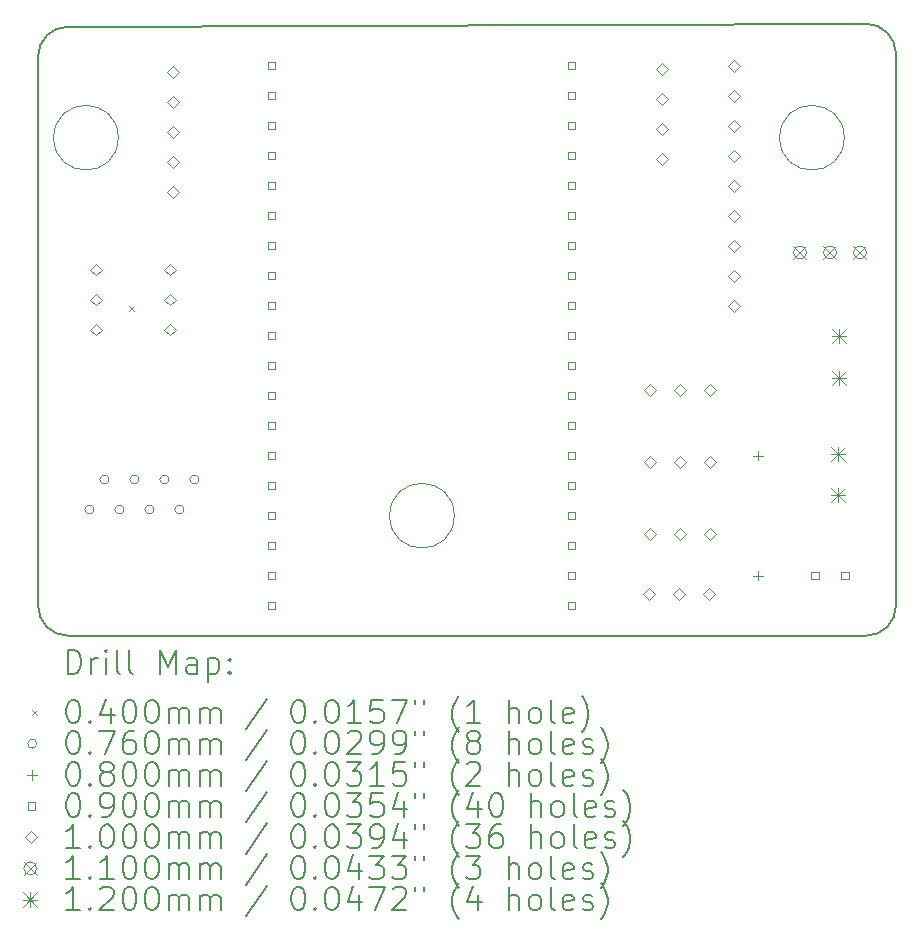
<source format=gbr>
%TF.GenerationSoftware,KiCad,Pcbnew,7.0.9*%
%TF.CreationDate,2024-05-07T23:03:17-04:00*%
%TF.ProjectId,Winder_V1,57696e64-6572-45f5-9631-2e6b69636164,rev?*%
%TF.SameCoordinates,Original*%
%TF.FileFunction,Drillmap*%
%TF.FilePolarity,Positive*%
%FSLAX45Y45*%
G04 Gerber Fmt 4.5, Leading zero omitted, Abs format (unit mm)*
G04 Created by KiCad (PCBNEW 7.0.9) date 2024-05-07 23:03:17*
%MOMM*%
%LPD*%
G01*
G04 APERTURE LIST*
%ADD10C,0.100000*%
%ADD11C,0.200000*%
%ADD12C,0.110000*%
%ADD13C,0.120000*%
G04 APERTURE END LIST*
D10*
X16732766Y-5130800D02*
G75*
G03*
X16732766Y-5130800I-273566J0D01*
G01*
D11*
X9906000Y-9093200D02*
G75*
G03*
X10160000Y-9347200I254000J0D01*
G01*
X16916400Y-9347200D02*
G75*
G03*
X17170400Y-9093200I0J254000D01*
G01*
X9906000Y-4445000D02*
X9906000Y-9093200D01*
X17170400Y-9093200D02*
X17170400Y-4419600D01*
X10160000Y-9347200D02*
X16916400Y-9347200D01*
X17170400Y-4419600D02*
G75*
G03*
X16916400Y-4165600I-254000J0D01*
G01*
D10*
X13430766Y-8331200D02*
G75*
G03*
X13430766Y-8331200I-273566J0D01*
G01*
D11*
X10160000Y-4191000D02*
G75*
G03*
X9906000Y-4445000I0J-254000D01*
G01*
D10*
X10585966Y-5130800D02*
G75*
G03*
X10585966Y-5130800I-273566J0D01*
G01*
D11*
X16916400Y-4165600D02*
X10160000Y-4191000D01*
D10*
X10680000Y-6555000D02*
X10720000Y-6595000D01*
X10720000Y-6555000D02*
X10680000Y-6595000D01*
X10379350Y-8278400D02*
G75*
G03*
X10379350Y-8278400I-38000J0D01*
G01*
X10506350Y-8024400D02*
G75*
G03*
X10506350Y-8024400I-38000J0D01*
G01*
X10633350Y-8278400D02*
G75*
G03*
X10633350Y-8278400I-38000J0D01*
G01*
X10760350Y-8024400D02*
G75*
G03*
X10760350Y-8024400I-38000J0D01*
G01*
X10887350Y-8278400D02*
G75*
G03*
X10887350Y-8278400I-38000J0D01*
G01*
X11014350Y-8024400D02*
G75*
G03*
X11014350Y-8024400I-38000J0D01*
G01*
X11141350Y-8278400D02*
G75*
G03*
X11141350Y-8278400I-38000J0D01*
G01*
X11268350Y-8024400D02*
G75*
G03*
X11268350Y-8024400I-38000J0D01*
G01*
X16002000Y-7783200D02*
X16002000Y-7863200D01*
X15962000Y-7823200D02*
X16042000Y-7823200D01*
X16002000Y-8799200D02*
X16002000Y-8879200D01*
X15962000Y-8839200D02*
X16042000Y-8839200D01*
X11916820Y-4552820D02*
X11916820Y-4489180D01*
X11853180Y-4489180D01*
X11853180Y-4552820D01*
X11916820Y-4552820D01*
X11916820Y-4806820D02*
X11916820Y-4743180D01*
X11853180Y-4743180D01*
X11853180Y-4806820D01*
X11916820Y-4806820D01*
X11916820Y-5060820D02*
X11916820Y-4997180D01*
X11853180Y-4997180D01*
X11853180Y-5060820D01*
X11916820Y-5060820D01*
X11916820Y-5314820D02*
X11916820Y-5251180D01*
X11853180Y-5251180D01*
X11853180Y-5314820D01*
X11916820Y-5314820D01*
X11916820Y-5568820D02*
X11916820Y-5505180D01*
X11853180Y-5505180D01*
X11853180Y-5568820D01*
X11916820Y-5568820D01*
X11916820Y-5822820D02*
X11916820Y-5759180D01*
X11853180Y-5759180D01*
X11853180Y-5822820D01*
X11916820Y-5822820D01*
X11916820Y-6076820D02*
X11916820Y-6013180D01*
X11853180Y-6013180D01*
X11853180Y-6076820D01*
X11916820Y-6076820D01*
X11916820Y-6330820D02*
X11916820Y-6267180D01*
X11853180Y-6267180D01*
X11853180Y-6330820D01*
X11916820Y-6330820D01*
X11916820Y-6584820D02*
X11916820Y-6521180D01*
X11853180Y-6521180D01*
X11853180Y-6584820D01*
X11916820Y-6584820D01*
X11916820Y-6838820D02*
X11916820Y-6775180D01*
X11853180Y-6775180D01*
X11853180Y-6838820D01*
X11916820Y-6838820D01*
X11916820Y-7092820D02*
X11916820Y-7029180D01*
X11853180Y-7029180D01*
X11853180Y-7092820D01*
X11916820Y-7092820D01*
X11916820Y-7346820D02*
X11916820Y-7283180D01*
X11853180Y-7283180D01*
X11853180Y-7346820D01*
X11916820Y-7346820D01*
X11916820Y-7600820D02*
X11916820Y-7537180D01*
X11853180Y-7537180D01*
X11853180Y-7600820D01*
X11916820Y-7600820D01*
X11916820Y-7854820D02*
X11916820Y-7791180D01*
X11853180Y-7791180D01*
X11853180Y-7854820D01*
X11916820Y-7854820D01*
X11916820Y-8108820D02*
X11916820Y-8045180D01*
X11853180Y-8045180D01*
X11853180Y-8108820D01*
X11916820Y-8108820D01*
X11916820Y-8362820D02*
X11916820Y-8299180D01*
X11853180Y-8299180D01*
X11853180Y-8362820D01*
X11916820Y-8362820D01*
X11916820Y-8616820D02*
X11916820Y-8553180D01*
X11853180Y-8553180D01*
X11853180Y-8616820D01*
X11916820Y-8616820D01*
X11916820Y-8870820D02*
X11916820Y-8807180D01*
X11853180Y-8807180D01*
X11853180Y-8870820D01*
X11916820Y-8870820D01*
X11916820Y-9124820D02*
X11916820Y-9061180D01*
X11853180Y-9061180D01*
X11853180Y-9124820D01*
X11916820Y-9124820D01*
X14456820Y-4552820D02*
X14456820Y-4489180D01*
X14393180Y-4489180D01*
X14393180Y-4552820D01*
X14456820Y-4552820D01*
X14456820Y-4806820D02*
X14456820Y-4743180D01*
X14393180Y-4743180D01*
X14393180Y-4806820D01*
X14456820Y-4806820D01*
X14456820Y-5060820D02*
X14456820Y-4997180D01*
X14393180Y-4997180D01*
X14393180Y-5060820D01*
X14456820Y-5060820D01*
X14456820Y-5314820D02*
X14456820Y-5251180D01*
X14393180Y-5251180D01*
X14393180Y-5314820D01*
X14456820Y-5314820D01*
X14456820Y-5568820D02*
X14456820Y-5505180D01*
X14393180Y-5505180D01*
X14393180Y-5568820D01*
X14456820Y-5568820D01*
X14456820Y-5822820D02*
X14456820Y-5759180D01*
X14393180Y-5759180D01*
X14393180Y-5822820D01*
X14456820Y-5822820D01*
X14456820Y-6076820D02*
X14456820Y-6013180D01*
X14393180Y-6013180D01*
X14393180Y-6076820D01*
X14456820Y-6076820D01*
X14456820Y-6330820D02*
X14456820Y-6267180D01*
X14393180Y-6267180D01*
X14393180Y-6330820D01*
X14456820Y-6330820D01*
X14456820Y-6584820D02*
X14456820Y-6521180D01*
X14393180Y-6521180D01*
X14393180Y-6584820D01*
X14456820Y-6584820D01*
X14456820Y-6838820D02*
X14456820Y-6775180D01*
X14393180Y-6775180D01*
X14393180Y-6838820D01*
X14456820Y-6838820D01*
X14456820Y-7092820D02*
X14456820Y-7029180D01*
X14393180Y-7029180D01*
X14393180Y-7092820D01*
X14456820Y-7092820D01*
X14456820Y-7346820D02*
X14456820Y-7283180D01*
X14393180Y-7283180D01*
X14393180Y-7346820D01*
X14456820Y-7346820D01*
X14456820Y-7600820D02*
X14456820Y-7537180D01*
X14393180Y-7537180D01*
X14393180Y-7600820D01*
X14456820Y-7600820D01*
X14456820Y-7854820D02*
X14456820Y-7791180D01*
X14393180Y-7791180D01*
X14393180Y-7854820D01*
X14456820Y-7854820D01*
X14456820Y-8108820D02*
X14456820Y-8045180D01*
X14393180Y-8045180D01*
X14393180Y-8108820D01*
X14456820Y-8108820D01*
X14456820Y-8362820D02*
X14456820Y-8299180D01*
X14393180Y-8299180D01*
X14393180Y-8362820D01*
X14456820Y-8362820D01*
X14456820Y-8616820D02*
X14456820Y-8553180D01*
X14393180Y-8553180D01*
X14393180Y-8616820D01*
X14456820Y-8616820D01*
X14456820Y-8870820D02*
X14456820Y-8807180D01*
X14393180Y-8807180D01*
X14393180Y-8870820D01*
X14456820Y-8870820D01*
X14456820Y-9124820D02*
X14456820Y-9061180D01*
X14393180Y-9061180D01*
X14393180Y-9124820D01*
X14456820Y-9124820D01*
X16516920Y-8871020D02*
X16516920Y-8807380D01*
X16453280Y-8807380D01*
X16453280Y-8871020D01*
X16516920Y-8871020D01*
X16770920Y-8871020D02*
X16770920Y-8807380D01*
X16707280Y-8807380D01*
X16707280Y-8871020D01*
X16770920Y-8871020D01*
X10400000Y-6297500D02*
X10450000Y-6247500D01*
X10400000Y-6197500D01*
X10350000Y-6247500D01*
X10400000Y-6297500D01*
X10400000Y-6551500D02*
X10450000Y-6501500D01*
X10400000Y-6451500D01*
X10350000Y-6501500D01*
X10400000Y-6551500D01*
X10400000Y-6805500D02*
X10450000Y-6755500D01*
X10400000Y-6705500D01*
X10350000Y-6755500D01*
X10400000Y-6805500D01*
X11025000Y-6297500D02*
X11075000Y-6247500D01*
X11025000Y-6197500D01*
X10975000Y-6247500D01*
X11025000Y-6297500D01*
X11025000Y-6551500D02*
X11075000Y-6501500D01*
X11025000Y-6451500D01*
X10975000Y-6501500D01*
X11025000Y-6551500D01*
X11025000Y-6805500D02*
X11075000Y-6755500D01*
X11025000Y-6705500D01*
X10975000Y-6755500D01*
X11025000Y-6805500D01*
X11049000Y-4625000D02*
X11099000Y-4575000D01*
X11049000Y-4525000D01*
X10999000Y-4575000D01*
X11049000Y-4625000D01*
X11049000Y-4879000D02*
X11099000Y-4829000D01*
X11049000Y-4779000D01*
X10999000Y-4829000D01*
X11049000Y-4879000D01*
X11049000Y-5133000D02*
X11099000Y-5083000D01*
X11049000Y-5033000D01*
X10999000Y-5083000D01*
X11049000Y-5133000D01*
X11049000Y-5387000D02*
X11099000Y-5337000D01*
X11049000Y-5287000D01*
X10999000Y-5337000D01*
X11049000Y-5387000D01*
X11049000Y-5641000D02*
X11099000Y-5591000D01*
X11049000Y-5541000D01*
X10999000Y-5591000D01*
X11049000Y-5641000D01*
X15082600Y-9047400D02*
X15132600Y-8997400D01*
X15082600Y-8947400D01*
X15032600Y-8997400D01*
X15082600Y-9047400D01*
X15087600Y-7314400D02*
X15137600Y-7264400D01*
X15087600Y-7214400D01*
X15037600Y-7264400D01*
X15087600Y-7314400D01*
X15089100Y-7924000D02*
X15139100Y-7874000D01*
X15089100Y-7824000D01*
X15039100Y-7874000D01*
X15089100Y-7924000D01*
X15089100Y-8533600D02*
X15139100Y-8483600D01*
X15089100Y-8433600D01*
X15039100Y-8483600D01*
X15089100Y-8533600D01*
X15189200Y-4597600D02*
X15239200Y-4547600D01*
X15189200Y-4497600D01*
X15139200Y-4547600D01*
X15189200Y-4597600D01*
X15189200Y-4851600D02*
X15239200Y-4801600D01*
X15189200Y-4751600D01*
X15139200Y-4801600D01*
X15189200Y-4851600D01*
X15189200Y-5105600D02*
X15239200Y-5055600D01*
X15189200Y-5005600D01*
X15139200Y-5055600D01*
X15189200Y-5105600D01*
X15189200Y-5359600D02*
X15239200Y-5309600D01*
X15189200Y-5259600D01*
X15139200Y-5309600D01*
X15189200Y-5359600D01*
X15336600Y-9047400D02*
X15386600Y-8997400D01*
X15336600Y-8947400D01*
X15286600Y-8997400D01*
X15336600Y-9047400D01*
X15341600Y-7314400D02*
X15391600Y-7264400D01*
X15341600Y-7214400D01*
X15291600Y-7264400D01*
X15341600Y-7314400D01*
X15343100Y-7924000D02*
X15393100Y-7874000D01*
X15343100Y-7824000D01*
X15293100Y-7874000D01*
X15343100Y-7924000D01*
X15343100Y-8533600D02*
X15393100Y-8483600D01*
X15343100Y-8433600D01*
X15293100Y-8483600D01*
X15343100Y-8533600D01*
X15590600Y-9047400D02*
X15640600Y-8997400D01*
X15590600Y-8947400D01*
X15540600Y-8997400D01*
X15590600Y-9047400D01*
X15595600Y-7314400D02*
X15645600Y-7264400D01*
X15595600Y-7214400D01*
X15545600Y-7264400D01*
X15595600Y-7314400D01*
X15597100Y-7924000D02*
X15647100Y-7874000D01*
X15597100Y-7824000D01*
X15547100Y-7874000D01*
X15597100Y-7924000D01*
X15597100Y-8533600D02*
X15647100Y-8483600D01*
X15597100Y-8433600D01*
X15547100Y-8483600D01*
X15597100Y-8533600D01*
X15798800Y-4571200D02*
X15848800Y-4521200D01*
X15798800Y-4471200D01*
X15748800Y-4521200D01*
X15798800Y-4571200D01*
X15798800Y-4825200D02*
X15848800Y-4775200D01*
X15798800Y-4725200D01*
X15748800Y-4775200D01*
X15798800Y-4825200D01*
X15798800Y-5079200D02*
X15848800Y-5029200D01*
X15798800Y-4979200D01*
X15748800Y-5029200D01*
X15798800Y-5079200D01*
X15798800Y-5333200D02*
X15848800Y-5283200D01*
X15798800Y-5233200D01*
X15748800Y-5283200D01*
X15798800Y-5333200D01*
X15798800Y-5587200D02*
X15848800Y-5537200D01*
X15798800Y-5487200D01*
X15748800Y-5537200D01*
X15798800Y-5587200D01*
X15798800Y-5841200D02*
X15848800Y-5791200D01*
X15798800Y-5741200D01*
X15748800Y-5791200D01*
X15798800Y-5841200D01*
X15798800Y-6095200D02*
X15848800Y-6045200D01*
X15798800Y-5995200D01*
X15748800Y-6045200D01*
X15798800Y-6095200D01*
X15798800Y-6349200D02*
X15848800Y-6299200D01*
X15798800Y-6249200D01*
X15748800Y-6299200D01*
X15798800Y-6349200D01*
X15798800Y-6603200D02*
X15848800Y-6553200D01*
X15798800Y-6503200D01*
X15748800Y-6553200D01*
X15798800Y-6603200D01*
D12*
X16302600Y-6048100D02*
X16412600Y-6158100D01*
X16412600Y-6048100D02*
X16302600Y-6158100D01*
X16412600Y-6103100D02*
G75*
G03*
X16412600Y-6103100I-55000J0D01*
G01*
X16556600Y-6048100D02*
X16666600Y-6158100D01*
X16666600Y-6048100D02*
X16556600Y-6158100D01*
X16666600Y-6103100D02*
G75*
G03*
X16666600Y-6103100I-55000J0D01*
G01*
X16810600Y-6048100D02*
X16920600Y-6158100D01*
X16920600Y-6048100D02*
X16810600Y-6158100D01*
X16920600Y-6103100D02*
G75*
G03*
X16920600Y-6103100I-55000J0D01*
G01*
D13*
X16617800Y-7746200D02*
X16737800Y-7866200D01*
X16737800Y-7746200D02*
X16617800Y-7866200D01*
X16677800Y-7746200D02*
X16677800Y-7866200D01*
X16617800Y-7806200D02*
X16737800Y-7806200D01*
X16617800Y-8096200D02*
X16737800Y-8216200D01*
X16737800Y-8096200D02*
X16617800Y-8216200D01*
X16677800Y-8096200D02*
X16677800Y-8216200D01*
X16617800Y-8156200D02*
X16737800Y-8156200D01*
X16627800Y-6752800D02*
X16747800Y-6872800D01*
X16747800Y-6752800D02*
X16627800Y-6872800D01*
X16687800Y-6752800D02*
X16687800Y-6872800D01*
X16627800Y-6812800D02*
X16747800Y-6812800D01*
X16627800Y-7102800D02*
X16747800Y-7222800D01*
X16747800Y-7102800D02*
X16627800Y-7222800D01*
X16687800Y-7102800D02*
X16687800Y-7222800D01*
X16627800Y-7162800D02*
X16747800Y-7162800D01*
D11*
X10156777Y-9668684D02*
X10156777Y-9468684D01*
X10156777Y-9468684D02*
X10204396Y-9468684D01*
X10204396Y-9468684D02*
X10232967Y-9478208D01*
X10232967Y-9478208D02*
X10252015Y-9497255D01*
X10252015Y-9497255D02*
X10261539Y-9516303D01*
X10261539Y-9516303D02*
X10271062Y-9554398D01*
X10271062Y-9554398D02*
X10271062Y-9582970D01*
X10271062Y-9582970D02*
X10261539Y-9621065D01*
X10261539Y-9621065D02*
X10252015Y-9640112D01*
X10252015Y-9640112D02*
X10232967Y-9659160D01*
X10232967Y-9659160D02*
X10204396Y-9668684D01*
X10204396Y-9668684D02*
X10156777Y-9668684D01*
X10356777Y-9668684D02*
X10356777Y-9535351D01*
X10356777Y-9573446D02*
X10366301Y-9554398D01*
X10366301Y-9554398D02*
X10375824Y-9544874D01*
X10375824Y-9544874D02*
X10394872Y-9535351D01*
X10394872Y-9535351D02*
X10413920Y-9535351D01*
X10480586Y-9668684D02*
X10480586Y-9535351D01*
X10480586Y-9468684D02*
X10471062Y-9478208D01*
X10471062Y-9478208D02*
X10480586Y-9487732D01*
X10480586Y-9487732D02*
X10490110Y-9478208D01*
X10490110Y-9478208D02*
X10480586Y-9468684D01*
X10480586Y-9468684D02*
X10480586Y-9487732D01*
X10604396Y-9668684D02*
X10585348Y-9659160D01*
X10585348Y-9659160D02*
X10575824Y-9640112D01*
X10575824Y-9640112D02*
X10575824Y-9468684D01*
X10709158Y-9668684D02*
X10690110Y-9659160D01*
X10690110Y-9659160D02*
X10680586Y-9640112D01*
X10680586Y-9640112D02*
X10680586Y-9468684D01*
X10937729Y-9668684D02*
X10937729Y-9468684D01*
X10937729Y-9468684D02*
X11004396Y-9611541D01*
X11004396Y-9611541D02*
X11071062Y-9468684D01*
X11071062Y-9468684D02*
X11071062Y-9668684D01*
X11252015Y-9668684D02*
X11252015Y-9563922D01*
X11252015Y-9563922D02*
X11242491Y-9544874D01*
X11242491Y-9544874D02*
X11223443Y-9535351D01*
X11223443Y-9535351D02*
X11185348Y-9535351D01*
X11185348Y-9535351D02*
X11166301Y-9544874D01*
X11252015Y-9659160D02*
X11232967Y-9668684D01*
X11232967Y-9668684D02*
X11185348Y-9668684D01*
X11185348Y-9668684D02*
X11166301Y-9659160D01*
X11166301Y-9659160D02*
X11156777Y-9640112D01*
X11156777Y-9640112D02*
X11156777Y-9621065D01*
X11156777Y-9621065D02*
X11166301Y-9602017D01*
X11166301Y-9602017D02*
X11185348Y-9592493D01*
X11185348Y-9592493D02*
X11232967Y-9592493D01*
X11232967Y-9592493D02*
X11252015Y-9582970D01*
X11347253Y-9535351D02*
X11347253Y-9735351D01*
X11347253Y-9544874D02*
X11366300Y-9535351D01*
X11366300Y-9535351D02*
X11404396Y-9535351D01*
X11404396Y-9535351D02*
X11423443Y-9544874D01*
X11423443Y-9544874D02*
X11432967Y-9554398D01*
X11432967Y-9554398D02*
X11442491Y-9573446D01*
X11442491Y-9573446D02*
X11442491Y-9630589D01*
X11442491Y-9630589D02*
X11432967Y-9649636D01*
X11432967Y-9649636D02*
X11423443Y-9659160D01*
X11423443Y-9659160D02*
X11404396Y-9668684D01*
X11404396Y-9668684D02*
X11366300Y-9668684D01*
X11366300Y-9668684D02*
X11347253Y-9659160D01*
X11528205Y-9649636D02*
X11537729Y-9659160D01*
X11537729Y-9659160D02*
X11528205Y-9668684D01*
X11528205Y-9668684D02*
X11518681Y-9659160D01*
X11518681Y-9659160D02*
X11528205Y-9649636D01*
X11528205Y-9649636D02*
X11528205Y-9668684D01*
X11528205Y-9544874D02*
X11537729Y-9554398D01*
X11537729Y-9554398D02*
X11528205Y-9563922D01*
X11528205Y-9563922D02*
X11518681Y-9554398D01*
X11518681Y-9554398D02*
X11528205Y-9544874D01*
X11528205Y-9544874D02*
X11528205Y-9563922D01*
D10*
X9856000Y-9977200D02*
X9896000Y-10017200D01*
X9896000Y-9977200D02*
X9856000Y-10017200D01*
D11*
X10194872Y-9888684D02*
X10213920Y-9888684D01*
X10213920Y-9888684D02*
X10232967Y-9898208D01*
X10232967Y-9898208D02*
X10242491Y-9907732D01*
X10242491Y-9907732D02*
X10252015Y-9926779D01*
X10252015Y-9926779D02*
X10261539Y-9964874D01*
X10261539Y-9964874D02*
X10261539Y-10012493D01*
X10261539Y-10012493D02*
X10252015Y-10050589D01*
X10252015Y-10050589D02*
X10242491Y-10069636D01*
X10242491Y-10069636D02*
X10232967Y-10079160D01*
X10232967Y-10079160D02*
X10213920Y-10088684D01*
X10213920Y-10088684D02*
X10194872Y-10088684D01*
X10194872Y-10088684D02*
X10175824Y-10079160D01*
X10175824Y-10079160D02*
X10166301Y-10069636D01*
X10166301Y-10069636D02*
X10156777Y-10050589D01*
X10156777Y-10050589D02*
X10147253Y-10012493D01*
X10147253Y-10012493D02*
X10147253Y-9964874D01*
X10147253Y-9964874D02*
X10156777Y-9926779D01*
X10156777Y-9926779D02*
X10166301Y-9907732D01*
X10166301Y-9907732D02*
X10175824Y-9898208D01*
X10175824Y-9898208D02*
X10194872Y-9888684D01*
X10347253Y-10069636D02*
X10356777Y-10079160D01*
X10356777Y-10079160D02*
X10347253Y-10088684D01*
X10347253Y-10088684D02*
X10337729Y-10079160D01*
X10337729Y-10079160D02*
X10347253Y-10069636D01*
X10347253Y-10069636D02*
X10347253Y-10088684D01*
X10528205Y-9955351D02*
X10528205Y-10088684D01*
X10480586Y-9879160D02*
X10432967Y-10022017D01*
X10432967Y-10022017D02*
X10556777Y-10022017D01*
X10671062Y-9888684D02*
X10690110Y-9888684D01*
X10690110Y-9888684D02*
X10709158Y-9898208D01*
X10709158Y-9898208D02*
X10718682Y-9907732D01*
X10718682Y-9907732D02*
X10728205Y-9926779D01*
X10728205Y-9926779D02*
X10737729Y-9964874D01*
X10737729Y-9964874D02*
X10737729Y-10012493D01*
X10737729Y-10012493D02*
X10728205Y-10050589D01*
X10728205Y-10050589D02*
X10718682Y-10069636D01*
X10718682Y-10069636D02*
X10709158Y-10079160D01*
X10709158Y-10079160D02*
X10690110Y-10088684D01*
X10690110Y-10088684D02*
X10671062Y-10088684D01*
X10671062Y-10088684D02*
X10652015Y-10079160D01*
X10652015Y-10079160D02*
X10642491Y-10069636D01*
X10642491Y-10069636D02*
X10632967Y-10050589D01*
X10632967Y-10050589D02*
X10623443Y-10012493D01*
X10623443Y-10012493D02*
X10623443Y-9964874D01*
X10623443Y-9964874D02*
X10632967Y-9926779D01*
X10632967Y-9926779D02*
X10642491Y-9907732D01*
X10642491Y-9907732D02*
X10652015Y-9898208D01*
X10652015Y-9898208D02*
X10671062Y-9888684D01*
X10861539Y-9888684D02*
X10880586Y-9888684D01*
X10880586Y-9888684D02*
X10899634Y-9898208D01*
X10899634Y-9898208D02*
X10909158Y-9907732D01*
X10909158Y-9907732D02*
X10918682Y-9926779D01*
X10918682Y-9926779D02*
X10928205Y-9964874D01*
X10928205Y-9964874D02*
X10928205Y-10012493D01*
X10928205Y-10012493D02*
X10918682Y-10050589D01*
X10918682Y-10050589D02*
X10909158Y-10069636D01*
X10909158Y-10069636D02*
X10899634Y-10079160D01*
X10899634Y-10079160D02*
X10880586Y-10088684D01*
X10880586Y-10088684D02*
X10861539Y-10088684D01*
X10861539Y-10088684D02*
X10842491Y-10079160D01*
X10842491Y-10079160D02*
X10832967Y-10069636D01*
X10832967Y-10069636D02*
X10823443Y-10050589D01*
X10823443Y-10050589D02*
X10813920Y-10012493D01*
X10813920Y-10012493D02*
X10813920Y-9964874D01*
X10813920Y-9964874D02*
X10823443Y-9926779D01*
X10823443Y-9926779D02*
X10832967Y-9907732D01*
X10832967Y-9907732D02*
X10842491Y-9898208D01*
X10842491Y-9898208D02*
X10861539Y-9888684D01*
X11013920Y-10088684D02*
X11013920Y-9955351D01*
X11013920Y-9974398D02*
X11023443Y-9964874D01*
X11023443Y-9964874D02*
X11042491Y-9955351D01*
X11042491Y-9955351D02*
X11071063Y-9955351D01*
X11071063Y-9955351D02*
X11090110Y-9964874D01*
X11090110Y-9964874D02*
X11099634Y-9983922D01*
X11099634Y-9983922D02*
X11099634Y-10088684D01*
X11099634Y-9983922D02*
X11109158Y-9964874D01*
X11109158Y-9964874D02*
X11128205Y-9955351D01*
X11128205Y-9955351D02*
X11156777Y-9955351D01*
X11156777Y-9955351D02*
X11175824Y-9964874D01*
X11175824Y-9964874D02*
X11185348Y-9983922D01*
X11185348Y-9983922D02*
X11185348Y-10088684D01*
X11280586Y-10088684D02*
X11280586Y-9955351D01*
X11280586Y-9974398D02*
X11290110Y-9964874D01*
X11290110Y-9964874D02*
X11309158Y-9955351D01*
X11309158Y-9955351D02*
X11337729Y-9955351D01*
X11337729Y-9955351D02*
X11356777Y-9964874D01*
X11356777Y-9964874D02*
X11366301Y-9983922D01*
X11366301Y-9983922D02*
X11366301Y-10088684D01*
X11366301Y-9983922D02*
X11375824Y-9964874D01*
X11375824Y-9964874D02*
X11394872Y-9955351D01*
X11394872Y-9955351D02*
X11423443Y-9955351D01*
X11423443Y-9955351D02*
X11442491Y-9964874D01*
X11442491Y-9964874D02*
X11452015Y-9983922D01*
X11452015Y-9983922D02*
X11452015Y-10088684D01*
X11842491Y-9879160D02*
X11671063Y-10136303D01*
X12099634Y-9888684D02*
X12118682Y-9888684D01*
X12118682Y-9888684D02*
X12137729Y-9898208D01*
X12137729Y-9898208D02*
X12147253Y-9907732D01*
X12147253Y-9907732D02*
X12156777Y-9926779D01*
X12156777Y-9926779D02*
X12166301Y-9964874D01*
X12166301Y-9964874D02*
X12166301Y-10012493D01*
X12166301Y-10012493D02*
X12156777Y-10050589D01*
X12156777Y-10050589D02*
X12147253Y-10069636D01*
X12147253Y-10069636D02*
X12137729Y-10079160D01*
X12137729Y-10079160D02*
X12118682Y-10088684D01*
X12118682Y-10088684D02*
X12099634Y-10088684D01*
X12099634Y-10088684D02*
X12080586Y-10079160D01*
X12080586Y-10079160D02*
X12071063Y-10069636D01*
X12071063Y-10069636D02*
X12061539Y-10050589D01*
X12061539Y-10050589D02*
X12052015Y-10012493D01*
X12052015Y-10012493D02*
X12052015Y-9964874D01*
X12052015Y-9964874D02*
X12061539Y-9926779D01*
X12061539Y-9926779D02*
X12071063Y-9907732D01*
X12071063Y-9907732D02*
X12080586Y-9898208D01*
X12080586Y-9898208D02*
X12099634Y-9888684D01*
X12252015Y-10069636D02*
X12261539Y-10079160D01*
X12261539Y-10079160D02*
X12252015Y-10088684D01*
X12252015Y-10088684D02*
X12242491Y-10079160D01*
X12242491Y-10079160D02*
X12252015Y-10069636D01*
X12252015Y-10069636D02*
X12252015Y-10088684D01*
X12385348Y-9888684D02*
X12404396Y-9888684D01*
X12404396Y-9888684D02*
X12423444Y-9898208D01*
X12423444Y-9898208D02*
X12432967Y-9907732D01*
X12432967Y-9907732D02*
X12442491Y-9926779D01*
X12442491Y-9926779D02*
X12452015Y-9964874D01*
X12452015Y-9964874D02*
X12452015Y-10012493D01*
X12452015Y-10012493D02*
X12442491Y-10050589D01*
X12442491Y-10050589D02*
X12432967Y-10069636D01*
X12432967Y-10069636D02*
X12423444Y-10079160D01*
X12423444Y-10079160D02*
X12404396Y-10088684D01*
X12404396Y-10088684D02*
X12385348Y-10088684D01*
X12385348Y-10088684D02*
X12366301Y-10079160D01*
X12366301Y-10079160D02*
X12356777Y-10069636D01*
X12356777Y-10069636D02*
X12347253Y-10050589D01*
X12347253Y-10050589D02*
X12337729Y-10012493D01*
X12337729Y-10012493D02*
X12337729Y-9964874D01*
X12337729Y-9964874D02*
X12347253Y-9926779D01*
X12347253Y-9926779D02*
X12356777Y-9907732D01*
X12356777Y-9907732D02*
X12366301Y-9898208D01*
X12366301Y-9898208D02*
X12385348Y-9888684D01*
X12642491Y-10088684D02*
X12528205Y-10088684D01*
X12585348Y-10088684D02*
X12585348Y-9888684D01*
X12585348Y-9888684D02*
X12566301Y-9917255D01*
X12566301Y-9917255D02*
X12547253Y-9936303D01*
X12547253Y-9936303D02*
X12528205Y-9945827D01*
X12823444Y-9888684D02*
X12728205Y-9888684D01*
X12728205Y-9888684D02*
X12718682Y-9983922D01*
X12718682Y-9983922D02*
X12728205Y-9974398D01*
X12728205Y-9974398D02*
X12747253Y-9964874D01*
X12747253Y-9964874D02*
X12794872Y-9964874D01*
X12794872Y-9964874D02*
X12813920Y-9974398D01*
X12813920Y-9974398D02*
X12823444Y-9983922D01*
X12823444Y-9983922D02*
X12832967Y-10002970D01*
X12832967Y-10002970D02*
X12832967Y-10050589D01*
X12832967Y-10050589D02*
X12823444Y-10069636D01*
X12823444Y-10069636D02*
X12813920Y-10079160D01*
X12813920Y-10079160D02*
X12794872Y-10088684D01*
X12794872Y-10088684D02*
X12747253Y-10088684D01*
X12747253Y-10088684D02*
X12728205Y-10079160D01*
X12728205Y-10079160D02*
X12718682Y-10069636D01*
X12899634Y-9888684D02*
X13032967Y-9888684D01*
X13032967Y-9888684D02*
X12947253Y-10088684D01*
X13099634Y-9888684D02*
X13099634Y-9926779D01*
X13175825Y-9888684D02*
X13175825Y-9926779D01*
X13471063Y-10164874D02*
X13461539Y-10155351D01*
X13461539Y-10155351D02*
X13442491Y-10126779D01*
X13442491Y-10126779D02*
X13432967Y-10107732D01*
X13432967Y-10107732D02*
X13423444Y-10079160D01*
X13423444Y-10079160D02*
X13413920Y-10031541D01*
X13413920Y-10031541D02*
X13413920Y-9993446D01*
X13413920Y-9993446D02*
X13423444Y-9945827D01*
X13423444Y-9945827D02*
X13432967Y-9917255D01*
X13432967Y-9917255D02*
X13442491Y-9898208D01*
X13442491Y-9898208D02*
X13461539Y-9869636D01*
X13461539Y-9869636D02*
X13471063Y-9860112D01*
X13652015Y-10088684D02*
X13537729Y-10088684D01*
X13594872Y-10088684D02*
X13594872Y-9888684D01*
X13594872Y-9888684D02*
X13575825Y-9917255D01*
X13575825Y-9917255D02*
X13556777Y-9936303D01*
X13556777Y-9936303D02*
X13537729Y-9945827D01*
X13890110Y-10088684D02*
X13890110Y-9888684D01*
X13975825Y-10088684D02*
X13975825Y-9983922D01*
X13975825Y-9983922D02*
X13966301Y-9964874D01*
X13966301Y-9964874D02*
X13947253Y-9955351D01*
X13947253Y-9955351D02*
X13918682Y-9955351D01*
X13918682Y-9955351D02*
X13899634Y-9964874D01*
X13899634Y-9964874D02*
X13890110Y-9974398D01*
X14099634Y-10088684D02*
X14080587Y-10079160D01*
X14080587Y-10079160D02*
X14071063Y-10069636D01*
X14071063Y-10069636D02*
X14061539Y-10050589D01*
X14061539Y-10050589D02*
X14061539Y-9993446D01*
X14061539Y-9993446D02*
X14071063Y-9974398D01*
X14071063Y-9974398D02*
X14080587Y-9964874D01*
X14080587Y-9964874D02*
X14099634Y-9955351D01*
X14099634Y-9955351D02*
X14128206Y-9955351D01*
X14128206Y-9955351D02*
X14147253Y-9964874D01*
X14147253Y-9964874D02*
X14156777Y-9974398D01*
X14156777Y-9974398D02*
X14166301Y-9993446D01*
X14166301Y-9993446D02*
X14166301Y-10050589D01*
X14166301Y-10050589D02*
X14156777Y-10069636D01*
X14156777Y-10069636D02*
X14147253Y-10079160D01*
X14147253Y-10079160D02*
X14128206Y-10088684D01*
X14128206Y-10088684D02*
X14099634Y-10088684D01*
X14280587Y-10088684D02*
X14261539Y-10079160D01*
X14261539Y-10079160D02*
X14252015Y-10060112D01*
X14252015Y-10060112D02*
X14252015Y-9888684D01*
X14432968Y-10079160D02*
X14413920Y-10088684D01*
X14413920Y-10088684D02*
X14375825Y-10088684D01*
X14375825Y-10088684D02*
X14356777Y-10079160D01*
X14356777Y-10079160D02*
X14347253Y-10060112D01*
X14347253Y-10060112D02*
X14347253Y-9983922D01*
X14347253Y-9983922D02*
X14356777Y-9964874D01*
X14356777Y-9964874D02*
X14375825Y-9955351D01*
X14375825Y-9955351D02*
X14413920Y-9955351D01*
X14413920Y-9955351D02*
X14432968Y-9964874D01*
X14432968Y-9964874D02*
X14442491Y-9983922D01*
X14442491Y-9983922D02*
X14442491Y-10002970D01*
X14442491Y-10002970D02*
X14347253Y-10022017D01*
X14509158Y-10164874D02*
X14518682Y-10155351D01*
X14518682Y-10155351D02*
X14537729Y-10126779D01*
X14537729Y-10126779D02*
X14547253Y-10107732D01*
X14547253Y-10107732D02*
X14556777Y-10079160D01*
X14556777Y-10079160D02*
X14566301Y-10031541D01*
X14566301Y-10031541D02*
X14566301Y-9993446D01*
X14566301Y-9993446D02*
X14556777Y-9945827D01*
X14556777Y-9945827D02*
X14547253Y-9917255D01*
X14547253Y-9917255D02*
X14537729Y-9898208D01*
X14537729Y-9898208D02*
X14518682Y-9869636D01*
X14518682Y-9869636D02*
X14509158Y-9860112D01*
D10*
X9896000Y-10261200D02*
G75*
G03*
X9896000Y-10261200I-38000J0D01*
G01*
D11*
X10194872Y-10152684D02*
X10213920Y-10152684D01*
X10213920Y-10152684D02*
X10232967Y-10162208D01*
X10232967Y-10162208D02*
X10242491Y-10171732D01*
X10242491Y-10171732D02*
X10252015Y-10190779D01*
X10252015Y-10190779D02*
X10261539Y-10228874D01*
X10261539Y-10228874D02*
X10261539Y-10276493D01*
X10261539Y-10276493D02*
X10252015Y-10314589D01*
X10252015Y-10314589D02*
X10242491Y-10333636D01*
X10242491Y-10333636D02*
X10232967Y-10343160D01*
X10232967Y-10343160D02*
X10213920Y-10352684D01*
X10213920Y-10352684D02*
X10194872Y-10352684D01*
X10194872Y-10352684D02*
X10175824Y-10343160D01*
X10175824Y-10343160D02*
X10166301Y-10333636D01*
X10166301Y-10333636D02*
X10156777Y-10314589D01*
X10156777Y-10314589D02*
X10147253Y-10276493D01*
X10147253Y-10276493D02*
X10147253Y-10228874D01*
X10147253Y-10228874D02*
X10156777Y-10190779D01*
X10156777Y-10190779D02*
X10166301Y-10171732D01*
X10166301Y-10171732D02*
X10175824Y-10162208D01*
X10175824Y-10162208D02*
X10194872Y-10152684D01*
X10347253Y-10333636D02*
X10356777Y-10343160D01*
X10356777Y-10343160D02*
X10347253Y-10352684D01*
X10347253Y-10352684D02*
X10337729Y-10343160D01*
X10337729Y-10343160D02*
X10347253Y-10333636D01*
X10347253Y-10333636D02*
X10347253Y-10352684D01*
X10423443Y-10152684D02*
X10556777Y-10152684D01*
X10556777Y-10152684D02*
X10471062Y-10352684D01*
X10718682Y-10152684D02*
X10680586Y-10152684D01*
X10680586Y-10152684D02*
X10661539Y-10162208D01*
X10661539Y-10162208D02*
X10652015Y-10171732D01*
X10652015Y-10171732D02*
X10632967Y-10200303D01*
X10632967Y-10200303D02*
X10623443Y-10238398D01*
X10623443Y-10238398D02*
X10623443Y-10314589D01*
X10623443Y-10314589D02*
X10632967Y-10333636D01*
X10632967Y-10333636D02*
X10642491Y-10343160D01*
X10642491Y-10343160D02*
X10661539Y-10352684D01*
X10661539Y-10352684D02*
X10699634Y-10352684D01*
X10699634Y-10352684D02*
X10718682Y-10343160D01*
X10718682Y-10343160D02*
X10728205Y-10333636D01*
X10728205Y-10333636D02*
X10737729Y-10314589D01*
X10737729Y-10314589D02*
X10737729Y-10266970D01*
X10737729Y-10266970D02*
X10728205Y-10247922D01*
X10728205Y-10247922D02*
X10718682Y-10238398D01*
X10718682Y-10238398D02*
X10699634Y-10228874D01*
X10699634Y-10228874D02*
X10661539Y-10228874D01*
X10661539Y-10228874D02*
X10642491Y-10238398D01*
X10642491Y-10238398D02*
X10632967Y-10247922D01*
X10632967Y-10247922D02*
X10623443Y-10266970D01*
X10861539Y-10152684D02*
X10880586Y-10152684D01*
X10880586Y-10152684D02*
X10899634Y-10162208D01*
X10899634Y-10162208D02*
X10909158Y-10171732D01*
X10909158Y-10171732D02*
X10918682Y-10190779D01*
X10918682Y-10190779D02*
X10928205Y-10228874D01*
X10928205Y-10228874D02*
X10928205Y-10276493D01*
X10928205Y-10276493D02*
X10918682Y-10314589D01*
X10918682Y-10314589D02*
X10909158Y-10333636D01*
X10909158Y-10333636D02*
X10899634Y-10343160D01*
X10899634Y-10343160D02*
X10880586Y-10352684D01*
X10880586Y-10352684D02*
X10861539Y-10352684D01*
X10861539Y-10352684D02*
X10842491Y-10343160D01*
X10842491Y-10343160D02*
X10832967Y-10333636D01*
X10832967Y-10333636D02*
X10823443Y-10314589D01*
X10823443Y-10314589D02*
X10813920Y-10276493D01*
X10813920Y-10276493D02*
X10813920Y-10228874D01*
X10813920Y-10228874D02*
X10823443Y-10190779D01*
X10823443Y-10190779D02*
X10832967Y-10171732D01*
X10832967Y-10171732D02*
X10842491Y-10162208D01*
X10842491Y-10162208D02*
X10861539Y-10152684D01*
X11013920Y-10352684D02*
X11013920Y-10219351D01*
X11013920Y-10238398D02*
X11023443Y-10228874D01*
X11023443Y-10228874D02*
X11042491Y-10219351D01*
X11042491Y-10219351D02*
X11071063Y-10219351D01*
X11071063Y-10219351D02*
X11090110Y-10228874D01*
X11090110Y-10228874D02*
X11099634Y-10247922D01*
X11099634Y-10247922D02*
X11099634Y-10352684D01*
X11099634Y-10247922D02*
X11109158Y-10228874D01*
X11109158Y-10228874D02*
X11128205Y-10219351D01*
X11128205Y-10219351D02*
X11156777Y-10219351D01*
X11156777Y-10219351D02*
X11175824Y-10228874D01*
X11175824Y-10228874D02*
X11185348Y-10247922D01*
X11185348Y-10247922D02*
X11185348Y-10352684D01*
X11280586Y-10352684D02*
X11280586Y-10219351D01*
X11280586Y-10238398D02*
X11290110Y-10228874D01*
X11290110Y-10228874D02*
X11309158Y-10219351D01*
X11309158Y-10219351D02*
X11337729Y-10219351D01*
X11337729Y-10219351D02*
X11356777Y-10228874D01*
X11356777Y-10228874D02*
X11366301Y-10247922D01*
X11366301Y-10247922D02*
X11366301Y-10352684D01*
X11366301Y-10247922D02*
X11375824Y-10228874D01*
X11375824Y-10228874D02*
X11394872Y-10219351D01*
X11394872Y-10219351D02*
X11423443Y-10219351D01*
X11423443Y-10219351D02*
X11442491Y-10228874D01*
X11442491Y-10228874D02*
X11452015Y-10247922D01*
X11452015Y-10247922D02*
X11452015Y-10352684D01*
X11842491Y-10143160D02*
X11671063Y-10400303D01*
X12099634Y-10152684D02*
X12118682Y-10152684D01*
X12118682Y-10152684D02*
X12137729Y-10162208D01*
X12137729Y-10162208D02*
X12147253Y-10171732D01*
X12147253Y-10171732D02*
X12156777Y-10190779D01*
X12156777Y-10190779D02*
X12166301Y-10228874D01*
X12166301Y-10228874D02*
X12166301Y-10276493D01*
X12166301Y-10276493D02*
X12156777Y-10314589D01*
X12156777Y-10314589D02*
X12147253Y-10333636D01*
X12147253Y-10333636D02*
X12137729Y-10343160D01*
X12137729Y-10343160D02*
X12118682Y-10352684D01*
X12118682Y-10352684D02*
X12099634Y-10352684D01*
X12099634Y-10352684D02*
X12080586Y-10343160D01*
X12080586Y-10343160D02*
X12071063Y-10333636D01*
X12071063Y-10333636D02*
X12061539Y-10314589D01*
X12061539Y-10314589D02*
X12052015Y-10276493D01*
X12052015Y-10276493D02*
X12052015Y-10228874D01*
X12052015Y-10228874D02*
X12061539Y-10190779D01*
X12061539Y-10190779D02*
X12071063Y-10171732D01*
X12071063Y-10171732D02*
X12080586Y-10162208D01*
X12080586Y-10162208D02*
X12099634Y-10152684D01*
X12252015Y-10333636D02*
X12261539Y-10343160D01*
X12261539Y-10343160D02*
X12252015Y-10352684D01*
X12252015Y-10352684D02*
X12242491Y-10343160D01*
X12242491Y-10343160D02*
X12252015Y-10333636D01*
X12252015Y-10333636D02*
X12252015Y-10352684D01*
X12385348Y-10152684D02*
X12404396Y-10152684D01*
X12404396Y-10152684D02*
X12423444Y-10162208D01*
X12423444Y-10162208D02*
X12432967Y-10171732D01*
X12432967Y-10171732D02*
X12442491Y-10190779D01*
X12442491Y-10190779D02*
X12452015Y-10228874D01*
X12452015Y-10228874D02*
X12452015Y-10276493D01*
X12452015Y-10276493D02*
X12442491Y-10314589D01*
X12442491Y-10314589D02*
X12432967Y-10333636D01*
X12432967Y-10333636D02*
X12423444Y-10343160D01*
X12423444Y-10343160D02*
X12404396Y-10352684D01*
X12404396Y-10352684D02*
X12385348Y-10352684D01*
X12385348Y-10352684D02*
X12366301Y-10343160D01*
X12366301Y-10343160D02*
X12356777Y-10333636D01*
X12356777Y-10333636D02*
X12347253Y-10314589D01*
X12347253Y-10314589D02*
X12337729Y-10276493D01*
X12337729Y-10276493D02*
X12337729Y-10228874D01*
X12337729Y-10228874D02*
X12347253Y-10190779D01*
X12347253Y-10190779D02*
X12356777Y-10171732D01*
X12356777Y-10171732D02*
X12366301Y-10162208D01*
X12366301Y-10162208D02*
X12385348Y-10152684D01*
X12528205Y-10171732D02*
X12537729Y-10162208D01*
X12537729Y-10162208D02*
X12556777Y-10152684D01*
X12556777Y-10152684D02*
X12604396Y-10152684D01*
X12604396Y-10152684D02*
X12623444Y-10162208D01*
X12623444Y-10162208D02*
X12632967Y-10171732D01*
X12632967Y-10171732D02*
X12642491Y-10190779D01*
X12642491Y-10190779D02*
X12642491Y-10209827D01*
X12642491Y-10209827D02*
X12632967Y-10238398D01*
X12632967Y-10238398D02*
X12518682Y-10352684D01*
X12518682Y-10352684D02*
X12642491Y-10352684D01*
X12737729Y-10352684D02*
X12775824Y-10352684D01*
X12775824Y-10352684D02*
X12794872Y-10343160D01*
X12794872Y-10343160D02*
X12804396Y-10333636D01*
X12804396Y-10333636D02*
X12823444Y-10305065D01*
X12823444Y-10305065D02*
X12832967Y-10266970D01*
X12832967Y-10266970D02*
X12832967Y-10190779D01*
X12832967Y-10190779D02*
X12823444Y-10171732D01*
X12823444Y-10171732D02*
X12813920Y-10162208D01*
X12813920Y-10162208D02*
X12794872Y-10152684D01*
X12794872Y-10152684D02*
X12756777Y-10152684D01*
X12756777Y-10152684D02*
X12737729Y-10162208D01*
X12737729Y-10162208D02*
X12728205Y-10171732D01*
X12728205Y-10171732D02*
X12718682Y-10190779D01*
X12718682Y-10190779D02*
X12718682Y-10238398D01*
X12718682Y-10238398D02*
X12728205Y-10257446D01*
X12728205Y-10257446D02*
X12737729Y-10266970D01*
X12737729Y-10266970D02*
X12756777Y-10276493D01*
X12756777Y-10276493D02*
X12794872Y-10276493D01*
X12794872Y-10276493D02*
X12813920Y-10266970D01*
X12813920Y-10266970D02*
X12823444Y-10257446D01*
X12823444Y-10257446D02*
X12832967Y-10238398D01*
X12928205Y-10352684D02*
X12966301Y-10352684D01*
X12966301Y-10352684D02*
X12985348Y-10343160D01*
X12985348Y-10343160D02*
X12994872Y-10333636D01*
X12994872Y-10333636D02*
X13013920Y-10305065D01*
X13013920Y-10305065D02*
X13023444Y-10266970D01*
X13023444Y-10266970D02*
X13023444Y-10190779D01*
X13023444Y-10190779D02*
X13013920Y-10171732D01*
X13013920Y-10171732D02*
X13004396Y-10162208D01*
X13004396Y-10162208D02*
X12985348Y-10152684D01*
X12985348Y-10152684D02*
X12947253Y-10152684D01*
X12947253Y-10152684D02*
X12928205Y-10162208D01*
X12928205Y-10162208D02*
X12918682Y-10171732D01*
X12918682Y-10171732D02*
X12909158Y-10190779D01*
X12909158Y-10190779D02*
X12909158Y-10238398D01*
X12909158Y-10238398D02*
X12918682Y-10257446D01*
X12918682Y-10257446D02*
X12928205Y-10266970D01*
X12928205Y-10266970D02*
X12947253Y-10276493D01*
X12947253Y-10276493D02*
X12985348Y-10276493D01*
X12985348Y-10276493D02*
X13004396Y-10266970D01*
X13004396Y-10266970D02*
X13013920Y-10257446D01*
X13013920Y-10257446D02*
X13023444Y-10238398D01*
X13099634Y-10152684D02*
X13099634Y-10190779D01*
X13175825Y-10152684D02*
X13175825Y-10190779D01*
X13471063Y-10428874D02*
X13461539Y-10419351D01*
X13461539Y-10419351D02*
X13442491Y-10390779D01*
X13442491Y-10390779D02*
X13432967Y-10371732D01*
X13432967Y-10371732D02*
X13423444Y-10343160D01*
X13423444Y-10343160D02*
X13413920Y-10295541D01*
X13413920Y-10295541D02*
X13413920Y-10257446D01*
X13413920Y-10257446D02*
X13423444Y-10209827D01*
X13423444Y-10209827D02*
X13432967Y-10181255D01*
X13432967Y-10181255D02*
X13442491Y-10162208D01*
X13442491Y-10162208D02*
X13461539Y-10133636D01*
X13461539Y-10133636D02*
X13471063Y-10124112D01*
X13575825Y-10238398D02*
X13556777Y-10228874D01*
X13556777Y-10228874D02*
X13547253Y-10219351D01*
X13547253Y-10219351D02*
X13537729Y-10200303D01*
X13537729Y-10200303D02*
X13537729Y-10190779D01*
X13537729Y-10190779D02*
X13547253Y-10171732D01*
X13547253Y-10171732D02*
X13556777Y-10162208D01*
X13556777Y-10162208D02*
X13575825Y-10152684D01*
X13575825Y-10152684D02*
X13613920Y-10152684D01*
X13613920Y-10152684D02*
X13632967Y-10162208D01*
X13632967Y-10162208D02*
X13642491Y-10171732D01*
X13642491Y-10171732D02*
X13652015Y-10190779D01*
X13652015Y-10190779D02*
X13652015Y-10200303D01*
X13652015Y-10200303D02*
X13642491Y-10219351D01*
X13642491Y-10219351D02*
X13632967Y-10228874D01*
X13632967Y-10228874D02*
X13613920Y-10238398D01*
X13613920Y-10238398D02*
X13575825Y-10238398D01*
X13575825Y-10238398D02*
X13556777Y-10247922D01*
X13556777Y-10247922D02*
X13547253Y-10257446D01*
X13547253Y-10257446D02*
X13537729Y-10276493D01*
X13537729Y-10276493D02*
X13537729Y-10314589D01*
X13537729Y-10314589D02*
X13547253Y-10333636D01*
X13547253Y-10333636D02*
X13556777Y-10343160D01*
X13556777Y-10343160D02*
X13575825Y-10352684D01*
X13575825Y-10352684D02*
X13613920Y-10352684D01*
X13613920Y-10352684D02*
X13632967Y-10343160D01*
X13632967Y-10343160D02*
X13642491Y-10333636D01*
X13642491Y-10333636D02*
X13652015Y-10314589D01*
X13652015Y-10314589D02*
X13652015Y-10276493D01*
X13652015Y-10276493D02*
X13642491Y-10257446D01*
X13642491Y-10257446D02*
X13632967Y-10247922D01*
X13632967Y-10247922D02*
X13613920Y-10238398D01*
X13890110Y-10352684D02*
X13890110Y-10152684D01*
X13975825Y-10352684D02*
X13975825Y-10247922D01*
X13975825Y-10247922D02*
X13966301Y-10228874D01*
X13966301Y-10228874D02*
X13947253Y-10219351D01*
X13947253Y-10219351D02*
X13918682Y-10219351D01*
X13918682Y-10219351D02*
X13899634Y-10228874D01*
X13899634Y-10228874D02*
X13890110Y-10238398D01*
X14099634Y-10352684D02*
X14080587Y-10343160D01*
X14080587Y-10343160D02*
X14071063Y-10333636D01*
X14071063Y-10333636D02*
X14061539Y-10314589D01*
X14061539Y-10314589D02*
X14061539Y-10257446D01*
X14061539Y-10257446D02*
X14071063Y-10238398D01*
X14071063Y-10238398D02*
X14080587Y-10228874D01*
X14080587Y-10228874D02*
X14099634Y-10219351D01*
X14099634Y-10219351D02*
X14128206Y-10219351D01*
X14128206Y-10219351D02*
X14147253Y-10228874D01*
X14147253Y-10228874D02*
X14156777Y-10238398D01*
X14156777Y-10238398D02*
X14166301Y-10257446D01*
X14166301Y-10257446D02*
X14166301Y-10314589D01*
X14166301Y-10314589D02*
X14156777Y-10333636D01*
X14156777Y-10333636D02*
X14147253Y-10343160D01*
X14147253Y-10343160D02*
X14128206Y-10352684D01*
X14128206Y-10352684D02*
X14099634Y-10352684D01*
X14280587Y-10352684D02*
X14261539Y-10343160D01*
X14261539Y-10343160D02*
X14252015Y-10324112D01*
X14252015Y-10324112D02*
X14252015Y-10152684D01*
X14432968Y-10343160D02*
X14413920Y-10352684D01*
X14413920Y-10352684D02*
X14375825Y-10352684D01*
X14375825Y-10352684D02*
X14356777Y-10343160D01*
X14356777Y-10343160D02*
X14347253Y-10324112D01*
X14347253Y-10324112D02*
X14347253Y-10247922D01*
X14347253Y-10247922D02*
X14356777Y-10228874D01*
X14356777Y-10228874D02*
X14375825Y-10219351D01*
X14375825Y-10219351D02*
X14413920Y-10219351D01*
X14413920Y-10219351D02*
X14432968Y-10228874D01*
X14432968Y-10228874D02*
X14442491Y-10247922D01*
X14442491Y-10247922D02*
X14442491Y-10266970D01*
X14442491Y-10266970D02*
X14347253Y-10286017D01*
X14518682Y-10343160D02*
X14537729Y-10352684D01*
X14537729Y-10352684D02*
X14575825Y-10352684D01*
X14575825Y-10352684D02*
X14594872Y-10343160D01*
X14594872Y-10343160D02*
X14604396Y-10324112D01*
X14604396Y-10324112D02*
X14604396Y-10314589D01*
X14604396Y-10314589D02*
X14594872Y-10295541D01*
X14594872Y-10295541D02*
X14575825Y-10286017D01*
X14575825Y-10286017D02*
X14547253Y-10286017D01*
X14547253Y-10286017D02*
X14528206Y-10276493D01*
X14528206Y-10276493D02*
X14518682Y-10257446D01*
X14518682Y-10257446D02*
X14518682Y-10247922D01*
X14518682Y-10247922D02*
X14528206Y-10228874D01*
X14528206Y-10228874D02*
X14547253Y-10219351D01*
X14547253Y-10219351D02*
X14575825Y-10219351D01*
X14575825Y-10219351D02*
X14594872Y-10228874D01*
X14671063Y-10428874D02*
X14680587Y-10419351D01*
X14680587Y-10419351D02*
X14699634Y-10390779D01*
X14699634Y-10390779D02*
X14709158Y-10371732D01*
X14709158Y-10371732D02*
X14718682Y-10343160D01*
X14718682Y-10343160D02*
X14728206Y-10295541D01*
X14728206Y-10295541D02*
X14728206Y-10257446D01*
X14728206Y-10257446D02*
X14718682Y-10209827D01*
X14718682Y-10209827D02*
X14709158Y-10181255D01*
X14709158Y-10181255D02*
X14699634Y-10162208D01*
X14699634Y-10162208D02*
X14680587Y-10133636D01*
X14680587Y-10133636D02*
X14671063Y-10124112D01*
D10*
X9856000Y-10485200D02*
X9856000Y-10565200D01*
X9816000Y-10525200D02*
X9896000Y-10525200D01*
D11*
X10194872Y-10416684D02*
X10213920Y-10416684D01*
X10213920Y-10416684D02*
X10232967Y-10426208D01*
X10232967Y-10426208D02*
X10242491Y-10435732D01*
X10242491Y-10435732D02*
X10252015Y-10454779D01*
X10252015Y-10454779D02*
X10261539Y-10492874D01*
X10261539Y-10492874D02*
X10261539Y-10540493D01*
X10261539Y-10540493D02*
X10252015Y-10578589D01*
X10252015Y-10578589D02*
X10242491Y-10597636D01*
X10242491Y-10597636D02*
X10232967Y-10607160D01*
X10232967Y-10607160D02*
X10213920Y-10616684D01*
X10213920Y-10616684D02*
X10194872Y-10616684D01*
X10194872Y-10616684D02*
X10175824Y-10607160D01*
X10175824Y-10607160D02*
X10166301Y-10597636D01*
X10166301Y-10597636D02*
X10156777Y-10578589D01*
X10156777Y-10578589D02*
X10147253Y-10540493D01*
X10147253Y-10540493D02*
X10147253Y-10492874D01*
X10147253Y-10492874D02*
X10156777Y-10454779D01*
X10156777Y-10454779D02*
X10166301Y-10435732D01*
X10166301Y-10435732D02*
X10175824Y-10426208D01*
X10175824Y-10426208D02*
X10194872Y-10416684D01*
X10347253Y-10597636D02*
X10356777Y-10607160D01*
X10356777Y-10607160D02*
X10347253Y-10616684D01*
X10347253Y-10616684D02*
X10337729Y-10607160D01*
X10337729Y-10607160D02*
X10347253Y-10597636D01*
X10347253Y-10597636D02*
X10347253Y-10616684D01*
X10471062Y-10502398D02*
X10452015Y-10492874D01*
X10452015Y-10492874D02*
X10442491Y-10483351D01*
X10442491Y-10483351D02*
X10432967Y-10464303D01*
X10432967Y-10464303D02*
X10432967Y-10454779D01*
X10432967Y-10454779D02*
X10442491Y-10435732D01*
X10442491Y-10435732D02*
X10452015Y-10426208D01*
X10452015Y-10426208D02*
X10471062Y-10416684D01*
X10471062Y-10416684D02*
X10509158Y-10416684D01*
X10509158Y-10416684D02*
X10528205Y-10426208D01*
X10528205Y-10426208D02*
X10537729Y-10435732D01*
X10537729Y-10435732D02*
X10547253Y-10454779D01*
X10547253Y-10454779D02*
X10547253Y-10464303D01*
X10547253Y-10464303D02*
X10537729Y-10483351D01*
X10537729Y-10483351D02*
X10528205Y-10492874D01*
X10528205Y-10492874D02*
X10509158Y-10502398D01*
X10509158Y-10502398D02*
X10471062Y-10502398D01*
X10471062Y-10502398D02*
X10452015Y-10511922D01*
X10452015Y-10511922D02*
X10442491Y-10521446D01*
X10442491Y-10521446D02*
X10432967Y-10540493D01*
X10432967Y-10540493D02*
X10432967Y-10578589D01*
X10432967Y-10578589D02*
X10442491Y-10597636D01*
X10442491Y-10597636D02*
X10452015Y-10607160D01*
X10452015Y-10607160D02*
X10471062Y-10616684D01*
X10471062Y-10616684D02*
X10509158Y-10616684D01*
X10509158Y-10616684D02*
X10528205Y-10607160D01*
X10528205Y-10607160D02*
X10537729Y-10597636D01*
X10537729Y-10597636D02*
X10547253Y-10578589D01*
X10547253Y-10578589D02*
X10547253Y-10540493D01*
X10547253Y-10540493D02*
X10537729Y-10521446D01*
X10537729Y-10521446D02*
X10528205Y-10511922D01*
X10528205Y-10511922D02*
X10509158Y-10502398D01*
X10671062Y-10416684D02*
X10690110Y-10416684D01*
X10690110Y-10416684D02*
X10709158Y-10426208D01*
X10709158Y-10426208D02*
X10718682Y-10435732D01*
X10718682Y-10435732D02*
X10728205Y-10454779D01*
X10728205Y-10454779D02*
X10737729Y-10492874D01*
X10737729Y-10492874D02*
X10737729Y-10540493D01*
X10737729Y-10540493D02*
X10728205Y-10578589D01*
X10728205Y-10578589D02*
X10718682Y-10597636D01*
X10718682Y-10597636D02*
X10709158Y-10607160D01*
X10709158Y-10607160D02*
X10690110Y-10616684D01*
X10690110Y-10616684D02*
X10671062Y-10616684D01*
X10671062Y-10616684D02*
X10652015Y-10607160D01*
X10652015Y-10607160D02*
X10642491Y-10597636D01*
X10642491Y-10597636D02*
X10632967Y-10578589D01*
X10632967Y-10578589D02*
X10623443Y-10540493D01*
X10623443Y-10540493D02*
X10623443Y-10492874D01*
X10623443Y-10492874D02*
X10632967Y-10454779D01*
X10632967Y-10454779D02*
X10642491Y-10435732D01*
X10642491Y-10435732D02*
X10652015Y-10426208D01*
X10652015Y-10426208D02*
X10671062Y-10416684D01*
X10861539Y-10416684D02*
X10880586Y-10416684D01*
X10880586Y-10416684D02*
X10899634Y-10426208D01*
X10899634Y-10426208D02*
X10909158Y-10435732D01*
X10909158Y-10435732D02*
X10918682Y-10454779D01*
X10918682Y-10454779D02*
X10928205Y-10492874D01*
X10928205Y-10492874D02*
X10928205Y-10540493D01*
X10928205Y-10540493D02*
X10918682Y-10578589D01*
X10918682Y-10578589D02*
X10909158Y-10597636D01*
X10909158Y-10597636D02*
X10899634Y-10607160D01*
X10899634Y-10607160D02*
X10880586Y-10616684D01*
X10880586Y-10616684D02*
X10861539Y-10616684D01*
X10861539Y-10616684D02*
X10842491Y-10607160D01*
X10842491Y-10607160D02*
X10832967Y-10597636D01*
X10832967Y-10597636D02*
X10823443Y-10578589D01*
X10823443Y-10578589D02*
X10813920Y-10540493D01*
X10813920Y-10540493D02*
X10813920Y-10492874D01*
X10813920Y-10492874D02*
X10823443Y-10454779D01*
X10823443Y-10454779D02*
X10832967Y-10435732D01*
X10832967Y-10435732D02*
X10842491Y-10426208D01*
X10842491Y-10426208D02*
X10861539Y-10416684D01*
X11013920Y-10616684D02*
X11013920Y-10483351D01*
X11013920Y-10502398D02*
X11023443Y-10492874D01*
X11023443Y-10492874D02*
X11042491Y-10483351D01*
X11042491Y-10483351D02*
X11071063Y-10483351D01*
X11071063Y-10483351D02*
X11090110Y-10492874D01*
X11090110Y-10492874D02*
X11099634Y-10511922D01*
X11099634Y-10511922D02*
X11099634Y-10616684D01*
X11099634Y-10511922D02*
X11109158Y-10492874D01*
X11109158Y-10492874D02*
X11128205Y-10483351D01*
X11128205Y-10483351D02*
X11156777Y-10483351D01*
X11156777Y-10483351D02*
X11175824Y-10492874D01*
X11175824Y-10492874D02*
X11185348Y-10511922D01*
X11185348Y-10511922D02*
X11185348Y-10616684D01*
X11280586Y-10616684D02*
X11280586Y-10483351D01*
X11280586Y-10502398D02*
X11290110Y-10492874D01*
X11290110Y-10492874D02*
X11309158Y-10483351D01*
X11309158Y-10483351D02*
X11337729Y-10483351D01*
X11337729Y-10483351D02*
X11356777Y-10492874D01*
X11356777Y-10492874D02*
X11366301Y-10511922D01*
X11366301Y-10511922D02*
X11366301Y-10616684D01*
X11366301Y-10511922D02*
X11375824Y-10492874D01*
X11375824Y-10492874D02*
X11394872Y-10483351D01*
X11394872Y-10483351D02*
X11423443Y-10483351D01*
X11423443Y-10483351D02*
X11442491Y-10492874D01*
X11442491Y-10492874D02*
X11452015Y-10511922D01*
X11452015Y-10511922D02*
X11452015Y-10616684D01*
X11842491Y-10407160D02*
X11671063Y-10664303D01*
X12099634Y-10416684D02*
X12118682Y-10416684D01*
X12118682Y-10416684D02*
X12137729Y-10426208D01*
X12137729Y-10426208D02*
X12147253Y-10435732D01*
X12147253Y-10435732D02*
X12156777Y-10454779D01*
X12156777Y-10454779D02*
X12166301Y-10492874D01*
X12166301Y-10492874D02*
X12166301Y-10540493D01*
X12166301Y-10540493D02*
X12156777Y-10578589D01*
X12156777Y-10578589D02*
X12147253Y-10597636D01*
X12147253Y-10597636D02*
X12137729Y-10607160D01*
X12137729Y-10607160D02*
X12118682Y-10616684D01*
X12118682Y-10616684D02*
X12099634Y-10616684D01*
X12099634Y-10616684D02*
X12080586Y-10607160D01*
X12080586Y-10607160D02*
X12071063Y-10597636D01*
X12071063Y-10597636D02*
X12061539Y-10578589D01*
X12061539Y-10578589D02*
X12052015Y-10540493D01*
X12052015Y-10540493D02*
X12052015Y-10492874D01*
X12052015Y-10492874D02*
X12061539Y-10454779D01*
X12061539Y-10454779D02*
X12071063Y-10435732D01*
X12071063Y-10435732D02*
X12080586Y-10426208D01*
X12080586Y-10426208D02*
X12099634Y-10416684D01*
X12252015Y-10597636D02*
X12261539Y-10607160D01*
X12261539Y-10607160D02*
X12252015Y-10616684D01*
X12252015Y-10616684D02*
X12242491Y-10607160D01*
X12242491Y-10607160D02*
X12252015Y-10597636D01*
X12252015Y-10597636D02*
X12252015Y-10616684D01*
X12385348Y-10416684D02*
X12404396Y-10416684D01*
X12404396Y-10416684D02*
X12423444Y-10426208D01*
X12423444Y-10426208D02*
X12432967Y-10435732D01*
X12432967Y-10435732D02*
X12442491Y-10454779D01*
X12442491Y-10454779D02*
X12452015Y-10492874D01*
X12452015Y-10492874D02*
X12452015Y-10540493D01*
X12452015Y-10540493D02*
X12442491Y-10578589D01*
X12442491Y-10578589D02*
X12432967Y-10597636D01*
X12432967Y-10597636D02*
X12423444Y-10607160D01*
X12423444Y-10607160D02*
X12404396Y-10616684D01*
X12404396Y-10616684D02*
X12385348Y-10616684D01*
X12385348Y-10616684D02*
X12366301Y-10607160D01*
X12366301Y-10607160D02*
X12356777Y-10597636D01*
X12356777Y-10597636D02*
X12347253Y-10578589D01*
X12347253Y-10578589D02*
X12337729Y-10540493D01*
X12337729Y-10540493D02*
X12337729Y-10492874D01*
X12337729Y-10492874D02*
X12347253Y-10454779D01*
X12347253Y-10454779D02*
X12356777Y-10435732D01*
X12356777Y-10435732D02*
X12366301Y-10426208D01*
X12366301Y-10426208D02*
X12385348Y-10416684D01*
X12518682Y-10416684D02*
X12642491Y-10416684D01*
X12642491Y-10416684D02*
X12575824Y-10492874D01*
X12575824Y-10492874D02*
X12604396Y-10492874D01*
X12604396Y-10492874D02*
X12623444Y-10502398D01*
X12623444Y-10502398D02*
X12632967Y-10511922D01*
X12632967Y-10511922D02*
X12642491Y-10530970D01*
X12642491Y-10530970D02*
X12642491Y-10578589D01*
X12642491Y-10578589D02*
X12632967Y-10597636D01*
X12632967Y-10597636D02*
X12623444Y-10607160D01*
X12623444Y-10607160D02*
X12604396Y-10616684D01*
X12604396Y-10616684D02*
X12547253Y-10616684D01*
X12547253Y-10616684D02*
X12528205Y-10607160D01*
X12528205Y-10607160D02*
X12518682Y-10597636D01*
X12832967Y-10616684D02*
X12718682Y-10616684D01*
X12775824Y-10616684D02*
X12775824Y-10416684D01*
X12775824Y-10416684D02*
X12756777Y-10445255D01*
X12756777Y-10445255D02*
X12737729Y-10464303D01*
X12737729Y-10464303D02*
X12718682Y-10473827D01*
X13013920Y-10416684D02*
X12918682Y-10416684D01*
X12918682Y-10416684D02*
X12909158Y-10511922D01*
X12909158Y-10511922D02*
X12918682Y-10502398D01*
X12918682Y-10502398D02*
X12937729Y-10492874D01*
X12937729Y-10492874D02*
X12985348Y-10492874D01*
X12985348Y-10492874D02*
X13004396Y-10502398D01*
X13004396Y-10502398D02*
X13013920Y-10511922D01*
X13013920Y-10511922D02*
X13023444Y-10530970D01*
X13023444Y-10530970D02*
X13023444Y-10578589D01*
X13023444Y-10578589D02*
X13013920Y-10597636D01*
X13013920Y-10597636D02*
X13004396Y-10607160D01*
X13004396Y-10607160D02*
X12985348Y-10616684D01*
X12985348Y-10616684D02*
X12937729Y-10616684D01*
X12937729Y-10616684D02*
X12918682Y-10607160D01*
X12918682Y-10607160D02*
X12909158Y-10597636D01*
X13099634Y-10416684D02*
X13099634Y-10454779D01*
X13175825Y-10416684D02*
X13175825Y-10454779D01*
X13471063Y-10692874D02*
X13461539Y-10683351D01*
X13461539Y-10683351D02*
X13442491Y-10654779D01*
X13442491Y-10654779D02*
X13432967Y-10635732D01*
X13432967Y-10635732D02*
X13423444Y-10607160D01*
X13423444Y-10607160D02*
X13413920Y-10559541D01*
X13413920Y-10559541D02*
X13413920Y-10521446D01*
X13413920Y-10521446D02*
X13423444Y-10473827D01*
X13423444Y-10473827D02*
X13432967Y-10445255D01*
X13432967Y-10445255D02*
X13442491Y-10426208D01*
X13442491Y-10426208D02*
X13461539Y-10397636D01*
X13461539Y-10397636D02*
X13471063Y-10388112D01*
X13537729Y-10435732D02*
X13547253Y-10426208D01*
X13547253Y-10426208D02*
X13566301Y-10416684D01*
X13566301Y-10416684D02*
X13613920Y-10416684D01*
X13613920Y-10416684D02*
X13632967Y-10426208D01*
X13632967Y-10426208D02*
X13642491Y-10435732D01*
X13642491Y-10435732D02*
X13652015Y-10454779D01*
X13652015Y-10454779D02*
X13652015Y-10473827D01*
X13652015Y-10473827D02*
X13642491Y-10502398D01*
X13642491Y-10502398D02*
X13528206Y-10616684D01*
X13528206Y-10616684D02*
X13652015Y-10616684D01*
X13890110Y-10616684D02*
X13890110Y-10416684D01*
X13975825Y-10616684D02*
X13975825Y-10511922D01*
X13975825Y-10511922D02*
X13966301Y-10492874D01*
X13966301Y-10492874D02*
X13947253Y-10483351D01*
X13947253Y-10483351D02*
X13918682Y-10483351D01*
X13918682Y-10483351D02*
X13899634Y-10492874D01*
X13899634Y-10492874D02*
X13890110Y-10502398D01*
X14099634Y-10616684D02*
X14080587Y-10607160D01*
X14080587Y-10607160D02*
X14071063Y-10597636D01*
X14071063Y-10597636D02*
X14061539Y-10578589D01*
X14061539Y-10578589D02*
X14061539Y-10521446D01*
X14061539Y-10521446D02*
X14071063Y-10502398D01*
X14071063Y-10502398D02*
X14080587Y-10492874D01*
X14080587Y-10492874D02*
X14099634Y-10483351D01*
X14099634Y-10483351D02*
X14128206Y-10483351D01*
X14128206Y-10483351D02*
X14147253Y-10492874D01*
X14147253Y-10492874D02*
X14156777Y-10502398D01*
X14156777Y-10502398D02*
X14166301Y-10521446D01*
X14166301Y-10521446D02*
X14166301Y-10578589D01*
X14166301Y-10578589D02*
X14156777Y-10597636D01*
X14156777Y-10597636D02*
X14147253Y-10607160D01*
X14147253Y-10607160D02*
X14128206Y-10616684D01*
X14128206Y-10616684D02*
X14099634Y-10616684D01*
X14280587Y-10616684D02*
X14261539Y-10607160D01*
X14261539Y-10607160D02*
X14252015Y-10588112D01*
X14252015Y-10588112D02*
X14252015Y-10416684D01*
X14432968Y-10607160D02*
X14413920Y-10616684D01*
X14413920Y-10616684D02*
X14375825Y-10616684D01*
X14375825Y-10616684D02*
X14356777Y-10607160D01*
X14356777Y-10607160D02*
X14347253Y-10588112D01*
X14347253Y-10588112D02*
X14347253Y-10511922D01*
X14347253Y-10511922D02*
X14356777Y-10492874D01*
X14356777Y-10492874D02*
X14375825Y-10483351D01*
X14375825Y-10483351D02*
X14413920Y-10483351D01*
X14413920Y-10483351D02*
X14432968Y-10492874D01*
X14432968Y-10492874D02*
X14442491Y-10511922D01*
X14442491Y-10511922D02*
X14442491Y-10530970D01*
X14442491Y-10530970D02*
X14347253Y-10550017D01*
X14518682Y-10607160D02*
X14537729Y-10616684D01*
X14537729Y-10616684D02*
X14575825Y-10616684D01*
X14575825Y-10616684D02*
X14594872Y-10607160D01*
X14594872Y-10607160D02*
X14604396Y-10588112D01*
X14604396Y-10588112D02*
X14604396Y-10578589D01*
X14604396Y-10578589D02*
X14594872Y-10559541D01*
X14594872Y-10559541D02*
X14575825Y-10550017D01*
X14575825Y-10550017D02*
X14547253Y-10550017D01*
X14547253Y-10550017D02*
X14528206Y-10540493D01*
X14528206Y-10540493D02*
X14518682Y-10521446D01*
X14518682Y-10521446D02*
X14518682Y-10511922D01*
X14518682Y-10511922D02*
X14528206Y-10492874D01*
X14528206Y-10492874D02*
X14547253Y-10483351D01*
X14547253Y-10483351D02*
X14575825Y-10483351D01*
X14575825Y-10483351D02*
X14594872Y-10492874D01*
X14671063Y-10692874D02*
X14680587Y-10683351D01*
X14680587Y-10683351D02*
X14699634Y-10654779D01*
X14699634Y-10654779D02*
X14709158Y-10635732D01*
X14709158Y-10635732D02*
X14718682Y-10607160D01*
X14718682Y-10607160D02*
X14728206Y-10559541D01*
X14728206Y-10559541D02*
X14728206Y-10521446D01*
X14728206Y-10521446D02*
X14718682Y-10473827D01*
X14718682Y-10473827D02*
X14709158Y-10445255D01*
X14709158Y-10445255D02*
X14699634Y-10426208D01*
X14699634Y-10426208D02*
X14680587Y-10397636D01*
X14680587Y-10397636D02*
X14671063Y-10388112D01*
D10*
X9882820Y-10821020D02*
X9882820Y-10757380D01*
X9819180Y-10757380D01*
X9819180Y-10821020D01*
X9882820Y-10821020D01*
D11*
X10194872Y-10680684D02*
X10213920Y-10680684D01*
X10213920Y-10680684D02*
X10232967Y-10690208D01*
X10232967Y-10690208D02*
X10242491Y-10699732D01*
X10242491Y-10699732D02*
X10252015Y-10718779D01*
X10252015Y-10718779D02*
X10261539Y-10756874D01*
X10261539Y-10756874D02*
X10261539Y-10804493D01*
X10261539Y-10804493D02*
X10252015Y-10842589D01*
X10252015Y-10842589D02*
X10242491Y-10861636D01*
X10242491Y-10861636D02*
X10232967Y-10871160D01*
X10232967Y-10871160D02*
X10213920Y-10880684D01*
X10213920Y-10880684D02*
X10194872Y-10880684D01*
X10194872Y-10880684D02*
X10175824Y-10871160D01*
X10175824Y-10871160D02*
X10166301Y-10861636D01*
X10166301Y-10861636D02*
X10156777Y-10842589D01*
X10156777Y-10842589D02*
X10147253Y-10804493D01*
X10147253Y-10804493D02*
X10147253Y-10756874D01*
X10147253Y-10756874D02*
X10156777Y-10718779D01*
X10156777Y-10718779D02*
X10166301Y-10699732D01*
X10166301Y-10699732D02*
X10175824Y-10690208D01*
X10175824Y-10690208D02*
X10194872Y-10680684D01*
X10347253Y-10861636D02*
X10356777Y-10871160D01*
X10356777Y-10871160D02*
X10347253Y-10880684D01*
X10347253Y-10880684D02*
X10337729Y-10871160D01*
X10337729Y-10871160D02*
X10347253Y-10861636D01*
X10347253Y-10861636D02*
X10347253Y-10880684D01*
X10452015Y-10880684D02*
X10490110Y-10880684D01*
X10490110Y-10880684D02*
X10509158Y-10871160D01*
X10509158Y-10871160D02*
X10518682Y-10861636D01*
X10518682Y-10861636D02*
X10537729Y-10833065D01*
X10537729Y-10833065D02*
X10547253Y-10794970D01*
X10547253Y-10794970D02*
X10547253Y-10718779D01*
X10547253Y-10718779D02*
X10537729Y-10699732D01*
X10537729Y-10699732D02*
X10528205Y-10690208D01*
X10528205Y-10690208D02*
X10509158Y-10680684D01*
X10509158Y-10680684D02*
X10471062Y-10680684D01*
X10471062Y-10680684D02*
X10452015Y-10690208D01*
X10452015Y-10690208D02*
X10442491Y-10699732D01*
X10442491Y-10699732D02*
X10432967Y-10718779D01*
X10432967Y-10718779D02*
X10432967Y-10766398D01*
X10432967Y-10766398D02*
X10442491Y-10785446D01*
X10442491Y-10785446D02*
X10452015Y-10794970D01*
X10452015Y-10794970D02*
X10471062Y-10804493D01*
X10471062Y-10804493D02*
X10509158Y-10804493D01*
X10509158Y-10804493D02*
X10528205Y-10794970D01*
X10528205Y-10794970D02*
X10537729Y-10785446D01*
X10537729Y-10785446D02*
X10547253Y-10766398D01*
X10671062Y-10680684D02*
X10690110Y-10680684D01*
X10690110Y-10680684D02*
X10709158Y-10690208D01*
X10709158Y-10690208D02*
X10718682Y-10699732D01*
X10718682Y-10699732D02*
X10728205Y-10718779D01*
X10728205Y-10718779D02*
X10737729Y-10756874D01*
X10737729Y-10756874D02*
X10737729Y-10804493D01*
X10737729Y-10804493D02*
X10728205Y-10842589D01*
X10728205Y-10842589D02*
X10718682Y-10861636D01*
X10718682Y-10861636D02*
X10709158Y-10871160D01*
X10709158Y-10871160D02*
X10690110Y-10880684D01*
X10690110Y-10880684D02*
X10671062Y-10880684D01*
X10671062Y-10880684D02*
X10652015Y-10871160D01*
X10652015Y-10871160D02*
X10642491Y-10861636D01*
X10642491Y-10861636D02*
X10632967Y-10842589D01*
X10632967Y-10842589D02*
X10623443Y-10804493D01*
X10623443Y-10804493D02*
X10623443Y-10756874D01*
X10623443Y-10756874D02*
X10632967Y-10718779D01*
X10632967Y-10718779D02*
X10642491Y-10699732D01*
X10642491Y-10699732D02*
X10652015Y-10690208D01*
X10652015Y-10690208D02*
X10671062Y-10680684D01*
X10861539Y-10680684D02*
X10880586Y-10680684D01*
X10880586Y-10680684D02*
X10899634Y-10690208D01*
X10899634Y-10690208D02*
X10909158Y-10699732D01*
X10909158Y-10699732D02*
X10918682Y-10718779D01*
X10918682Y-10718779D02*
X10928205Y-10756874D01*
X10928205Y-10756874D02*
X10928205Y-10804493D01*
X10928205Y-10804493D02*
X10918682Y-10842589D01*
X10918682Y-10842589D02*
X10909158Y-10861636D01*
X10909158Y-10861636D02*
X10899634Y-10871160D01*
X10899634Y-10871160D02*
X10880586Y-10880684D01*
X10880586Y-10880684D02*
X10861539Y-10880684D01*
X10861539Y-10880684D02*
X10842491Y-10871160D01*
X10842491Y-10871160D02*
X10832967Y-10861636D01*
X10832967Y-10861636D02*
X10823443Y-10842589D01*
X10823443Y-10842589D02*
X10813920Y-10804493D01*
X10813920Y-10804493D02*
X10813920Y-10756874D01*
X10813920Y-10756874D02*
X10823443Y-10718779D01*
X10823443Y-10718779D02*
X10832967Y-10699732D01*
X10832967Y-10699732D02*
X10842491Y-10690208D01*
X10842491Y-10690208D02*
X10861539Y-10680684D01*
X11013920Y-10880684D02*
X11013920Y-10747351D01*
X11013920Y-10766398D02*
X11023443Y-10756874D01*
X11023443Y-10756874D02*
X11042491Y-10747351D01*
X11042491Y-10747351D02*
X11071063Y-10747351D01*
X11071063Y-10747351D02*
X11090110Y-10756874D01*
X11090110Y-10756874D02*
X11099634Y-10775922D01*
X11099634Y-10775922D02*
X11099634Y-10880684D01*
X11099634Y-10775922D02*
X11109158Y-10756874D01*
X11109158Y-10756874D02*
X11128205Y-10747351D01*
X11128205Y-10747351D02*
X11156777Y-10747351D01*
X11156777Y-10747351D02*
X11175824Y-10756874D01*
X11175824Y-10756874D02*
X11185348Y-10775922D01*
X11185348Y-10775922D02*
X11185348Y-10880684D01*
X11280586Y-10880684D02*
X11280586Y-10747351D01*
X11280586Y-10766398D02*
X11290110Y-10756874D01*
X11290110Y-10756874D02*
X11309158Y-10747351D01*
X11309158Y-10747351D02*
X11337729Y-10747351D01*
X11337729Y-10747351D02*
X11356777Y-10756874D01*
X11356777Y-10756874D02*
X11366301Y-10775922D01*
X11366301Y-10775922D02*
X11366301Y-10880684D01*
X11366301Y-10775922D02*
X11375824Y-10756874D01*
X11375824Y-10756874D02*
X11394872Y-10747351D01*
X11394872Y-10747351D02*
X11423443Y-10747351D01*
X11423443Y-10747351D02*
X11442491Y-10756874D01*
X11442491Y-10756874D02*
X11452015Y-10775922D01*
X11452015Y-10775922D02*
X11452015Y-10880684D01*
X11842491Y-10671160D02*
X11671063Y-10928303D01*
X12099634Y-10680684D02*
X12118682Y-10680684D01*
X12118682Y-10680684D02*
X12137729Y-10690208D01*
X12137729Y-10690208D02*
X12147253Y-10699732D01*
X12147253Y-10699732D02*
X12156777Y-10718779D01*
X12156777Y-10718779D02*
X12166301Y-10756874D01*
X12166301Y-10756874D02*
X12166301Y-10804493D01*
X12166301Y-10804493D02*
X12156777Y-10842589D01*
X12156777Y-10842589D02*
X12147253Y-10861636D01*
X12147253Y-10861636D02*
X12137729Y-10871160D01*
X12137729Y-10871160D02*
X12118682Y-10880684D01*
X12118682Y-10880684D02*
X12099634Y-10880684D01*
X12099634Y-10880684D02*
X12080586Y-10871160D01*
X12080586Y-10871160D02*
X12071063Y-10861636D01*
X12071063Y-10861636D02*
X12061539Y-10842589D01*
X12061539Y-10842589D02*
X12052015Y-10804493D01*
X12052015Y-10804493D02*
X12052015Y-10756874D01*
X12052015Y-10756874D02*
X12061539Y-10718779D01*
X12061539Y-10718779D02*
X12071063Y-10699732D01*
X12071063Y-10699732D02*
X12080586Y-10690208D01*
X12080586Y-10690208D02*
X12099634Y-10680684D01*
X12252015Y-10861636D02*
X12261539Y-10871160D01*
X12261539Y-10871160D02*
X12252015Y-10880684D01*
X12252015Y-10880684D02*
X12242491Y-10871160D01*
X12242491Y-10871160D02*
X12252015Y-10861636D01*
X12252015Y-10861636D02*
X12252015Y-10880684D01*
X12385348Y-10680684D02*
X12404396Y-10680684D01*
X12404396Y-10680684D02*
X12423444Y-10690208D01*
X12423444Y-10690208D02*
X12432967Y-10699732D01*
X12432967Y-10699732D02*
X12442491Y-10718779D01*
X12442491Y-10718779D02*
X12452015Y-10756874D01*
X12452015Y-10756874D02*
X12452015Y-10804493D01*
X12452015Y-10804493D02*
X12442491Y-10842589D01*
X12442491Y-10842589D02*
X12432967Y-10861636D01*
X12432967Y-10861636D02*
X12423444Y-10871160D01*
X12423444Y-10871160D02*
X12404396Y-10880684D01*
X12404396Y-10880684D02*
X12385348Y-10880684D01*
X12385348Y-10880684D02*
X12366301Y-10871160D01*
X12366301Y-10871160D02*
X12356777Y-10861636D01*
X12356777Y-10861636D02*
X12347253Y-10842589D01*
X12347253Y-10842589D02*
X12337729Y-10804493D01*
X12337729Y-10804493D02*
X12337729Y-10756874D01*
X12337729Y-10756874D02*
X12347253Y-10718779D01*
X12347253Y-10718779D02*
X12356777Y-10699732D01*
X12356777Y-10699732D02*
X12366301Y-10690208D01*
X12366301Y-10690208D02*
X12385348Y-10680684D01*
X12518682Y-10680684D02*
X12642491Y-10680684D01*
X12642491Y-10680684D02*
X12575824Y-10756874D01*
X12575824Y-10756874D02*
X12604396Y-10756874D01*
X12604396Y-10756874D02*
X12623444Y-10766398D01*
X12623444Y-10766398D02*
X12632967Y-10775922D01*
X12632967Y-10775922D02*
X12642491Y-10794970D01*
X12642491Y-10794970D02*
X12642491Y-10842589D01*
X12642491Y-10842589D02*
X12632967Y-10861636D01*
X12632967Y-10861636D02*
X12623444Y-10871160D01*
X12623444Y-10871160D02*
X12604396Y-10880684D01*
X12604396Y-10880684D02*
X12547253Y-10880684D01*
X12547253Y-10880684D02*
X12528205Y-10871160D01*
X12528205Y-10871160D02*
X12518682Y-10861636D01*
X12823444Y-10680684D02*
X12728205Y-10680684D01*
X12728205Y-10680684D02*
X12718682Y-10775922D01*
X12718682Y-10775922D02*
X12728205Y-10766398D01*
X12728205Y-10766398D02*
X12747253Y-10756874D01*
X12747253Y-10756874D02*
X12794872Y-10756874D01*
X12794872Y-10756874D02*
X12813920Y-10766398D01*
X12813920Y-10766398D02*
X12823444Y-10775922D01*
X12823444Y-10775922D02*
X12832967Y-10794970D01*
X12832967Y-10794970D02*
X12832967Y-10842589D01*
X12832967Y-10842589D02*
X12823444Y-10861636D01*
X12823444Y-10861636D02*
X12813920Y-10871160D01*
X12813920Y-10871160D02*
X12794872Y-10880684D01*
X12794872Y-10880684D02*
X12747253Y-10880684D01*
X12747253Y-10880684D02*
X12728205Y-10871160D01*
X12728205Y-10871160D02*
X12718682Y-10861636D01*
X13004396Y-10747351D02*
X13004396Y-10880684D01*
X12956777Y-10671160D02*
X12909158Y-10814017D01*
X12909158Y-10814017D02*
X13032967Y-10814017D01*
X13099634Y-10680684D02*
X13099634Y-10718779D01*
X13175825Y-10680684D02*
X13175825Y-10718779D01*
X13471063Y-10956874D02*
X13461539Y-10947351D01*
X13461539Y-10947351D02*
X13442491Y-10918779D01*
X13442491Y-10918779D02*
X13432967Y-10899732D01*
X13432967Y-10899732D02*
X13423444Y-10871160D01*
X13423444Y-10871160D02*
X13413920Y-10823541D01*
X13413920Y-10823541D02*
X13413920Y-10785446D01*
X13413920Y-10785446D02*
X13423444Y-10737827D01*
X13423444Y-10737827D02*
X13432967Y-10709255D01*
X13432967Y-10709255D02*
X13442491Y-10690208D01*
X13442491Y-10690208D02*
X13461539Y-10661636D01*
X13461539Y-10661636D02*
X13471063Y-10652112D01*
X13632967Y-10747351D02*
X13632967Y-10880684D01*
X13585348Y-10671160D02*
X13537729Y-10814017D01*
X13537729Y-10814017D02*
X13661539Y-10814017D01*
X13775825Y-10680684D02*
X13794872Y-10680684D01*
X13794872Y-10680684D02*
X13813920Y-10690208D01*
X13813920Y-10690208D02*
X13823444Y-10699732D01*
X13823444Y-10699732D02*
X13832967Y-10718779D01*
X13832967Y-10718779D02*
X13842491Y-10756874D01*
X13842491Y-10756874D02*
X13842491Y-10804493D01*
X13842491Y-10804493D02*
X13832967Y-10842589D01*
X13832967Y-10842589D02*
X13823444Y-10861636D01*
X13823444Y-10861636D02*
X13813920Y-10871160D01*
X13813920Y-10871160D02*
X13794872Y-10880684D01*
X13794872Y-10880684D02*
X13775825Y-10880684D01*
X13775825Y-10880684D02*
X13756777Y-10871160D01*
X13756777Y-10871160D02*
X13747253Y-10861636D01*
X13747253Y-10861636D02*
X13737729Y-10842589D01*
X13737729Y-10842589D02*
X13728206Y-10804493D01*
X13728206Y-10804493D02*
X13728206Y-10756874D01*
X13728206Y-10756874D02*
X13737729Y-10718779D01*
X13737729Y-10718779D02*
X13747253Y-10699732D01*
X13747253Y-10699732D02*
X13756777Y-10690208D01*
X13756777Y-10690208D02*
X13775825Y-10680684D01*
X14080587Y-10880684D02*
X14080587Y-10680684D01*
X14166301Y-10880684D02*
X14166301Y-10775922D01*
X14166301Y-10775922D02*
X14156777Y-10756874D01*
X14156777Y-10756874D02*
X14137729Y-10747351D01*
X14137729Y-10747351D02*
X14109158Y-10747351D01*
X14109158Y-10747351D02*
X14090110Y-10756874D01*
X14090110Y-10756874D02*
X14080587Y-10766398D01*
X14290110Y-10880684D02*
X14271063Y-10871160D01*
X14271063Y-10871160D02*
X14261539Y-10861636D01*
X14261539Y-10861636D02*
X14252015Y-10842589D01*
X14252015Y-10842589D02*
X14252015Y-10785446D01*
X14252015Y-10785446D02*
X14261539Y-10766398D01*
X14261539Y-10766398D02*
X14271063Y-10756874D01*
X14271063Y-10756874D02*
X14290110Y-10747351D01*
X14290110Y-10747351D02*
X14318682Y-10747351D01*
X14318682Y-10747351D02*
X14337729Y-10756874D01*
X14337729Y-10756874D02*
X14347253Y-10766398D01*
X14347253Y-10766398D02*
X14356777Y-10785446D01*
X14356777Y-10785446D02*
X14356777Y-10842589D01*
X14356777Y-10842589D02*
X14347253Y-10861636D01*
X14347253Y-10861636D02*
X14337729Y-10871160D01*
X14337729Y-10871160D02*
X14318682Y-10880684D01*
X14318682Y-10880684D02*
X14290110Y-10880684D01*
X14471063Y-10880684D02*
X14452015Y-10871160D01*
X14452015Y-10871160D02*
X14442491Y-10852112D01*
X14442491Y-10852112D02*
X14442491Y-10680684D01*
X14623444Y-10871160D02*
X14604396Y-10880684D01*
X14604396Y-10880684D02*
X14566301Y-10880684D01*
X14566301Y-10880684D02*
X14547253Y-10871160D01*
X14547253Y-10871160D02*
X14537729Y-10852112D01*
X14537729Y-10852112D02*
X14537729Y-10775922D01*
X14537729Y-10775922D02*
X14547253Y-10756874D01*
X14547253Y-10756874D02*
X14566301Y-10747351D01*
X14566301Y-10747351D02*
X14604396Y-10747351D01*
X14604396Y-10747351D02*
X14623444Y-10756874D01*
X14623444Y-10756874D02*
X14632968Y-10775922D01*
X14632968Y-10775922D02*
X14632968Y-10794970D01*
X14632968Y-10794970D02*
X14537729Y-10814017D01*
X14709158Y-10871160D02*
X14728206Y-10880684D01*
X14728206Y-10880684D02*
X14766301Y-10880684D01*
X14766301Y-10880684D02*
X14785349Y-10871160D01*
X14785349Y-10871160D02*
X14794872Y-10852112D01*
X14794872Y-10852112D02*
X14794872Y-10842589D01*
X14794872Y-10842589D02*
X14785349Y-10823541D01*
X14785349Y-10823541D02*
X14766301Y-10814017D01*
X14766301Y-10814017D02*
X14737729Y-10814017D01*
X14737729Y-10814017D02*
X14718682Y-10804493D01*
X14718682Y-10804493D02*
X14709158Y-10785446D01*
X14709158Y-10785446D02*
X14709158Y-10775922D01*
X14709158Y-10775922D02*
X14718682Y-10756874D01*
X14718682Y-10756874D02*
X14737729Y-10747351D01*
X14737729Y-10747351D02*
X14766301Y-10747351D01*
X14766301Y-10747351D02*
X14785349Y-10756874D01*
X14861539Y-10956874D02*
X14871063Y-10947351D01*
X14871063Y-10947351D02*
X14890110Y-10918779D01*
X14890110Y-10918779D02*
X14899634Y-10899732D01*
X14899634Y-10899732D02*
X14909158Y-10871160D01*
X14909158Y-10871160D02*
X14918682Y-10823541D01*
X14918682Y-10823541D02*
X14918682Y-10785446D01*
X14918682Y-10785446D02*
X14909158Y-10737827D01*
X14909158Y-10737827D02*
X14899634Y-10709255D01*
X14899634Y-10709255D02*
X14890110Y-10690208D01*
X14890110Y-10690208D02*
X14871063Y-10661636D01*
X14871063Y-10661636D02*
X14861539Y-10652112D01*
D10*
X9846000Y-11103200D02*
X9896000Y-11053200D01*
X9846000Y-11003200D01*
X9796000Y-11053200D01*
X9846000Y-11103200D01*
D11*
X10261539Y-11144684D02*
X10147253Y-11144684D01*
X10204396Y-11144684D02*
X10204396Y-10944684D01*
X10204396Y-10944684D02*
X10185348Y-10973255D01*
X10185348Y-10973255D02*
X10166301Y-10992303D01*
X10166301Y-10992303D02*
X10147253Y-11001827D01*
X10347253Y-11125636D02*
X10356777Y-11135160D01*
X10356777Y-11135160D02*
X10347253Y-11144684D01*
X10347253Y-11144684D02*
X10337729Y-11135160D01*
X10337729Y-11135160D02*
X10347253Y-11125636D01*
X10347253Y-11125636D02*
X10347253Y-11144684D01*
X10480586Y-10944684D02*
X10499634Y-10944684D01*
X10499634Y-10944684D02*
X10518682Y-10954208D01*
X10518682Y-10954208D02*
X10528205Y-10963732D01*
X10528205Y-10963732D02*
X10537729Y-10982779D01*
X10537729Y-10982779D02*
X10547253Y-11020874D01*
X10547253Y-11020874D02*
X10547253Y-11068493D01*
X10547253Y-11068493D02*
X10537729Y-11106589D01*
X10537729Y-11106589D02*
X10528205Y-11125636D01*
X10528205Y-11125636D02*
X10518682Y-11135160D01*
X10518682Y-11135160D02*
X10499634Y-11144684D01*
X10499634Y-11144684D02*
X10480586Y-11144684D01*
X10480586Y-11144684D02*
X10461539Y-11135160D01*
X10461539Y-11135160D02*
X10452015Y-11125636D01*
X10452015Y-11125636D02*
X10442491Y-11106589D01*
X10442491Y-11106589D02*
X10432967Y-11068493D01*
X10432967Y-11068493D02*
X10432967Y-11020874D01*
X10432967Y-11020874D02*
X10442491Y-10982779D01*
X10442491Y-10982779D02*
X10452015Y-10963732D01*
X10452015Y-10963732D02*
X10461539Y-10954208D01*
X10461539Y-10954208D02*
X10480586Y-10944684D01*
X10671062Y-10944684D02*
X10690110Y-10944684D01*
X10690110Y-10944684D02*
X10709158Y-10954208D01*
X10709158Y-10954208D02*
X10718682Y-10963732D01*
X10718682Y-10963732D02*
X10728205Y-10982779D01*
X10728205Y-10982779D02*
X10737729Y-11020874D01*
X10737729Y-11020874D02*
X10737729Y-11068493D01*
X10737729Y-11068493D02*
X10728205Y-11106589D01*
X10728205Y-11106589D02*
X10718682Y-11125636D01*
X10718682Y-11125636D02*
X10709158Y-11135160D01*
X10709158Y-11135160D02*
X10690110Y-11144684D01*
X10690110Y-11144684D02*
X10671062Y-11144684D01*
X10671062Y-11144684D02*
X10652015Y-11135160D01*
X10652015Y-11135160D02*
X10642491Y-11125636D01*
X10642491Y-11125636D02*
X10632967Y-11106589D01*
X10632967Y-11106589D02*
X10623443Y-11068493D01*
X10623443Y-11068493D02*
X10623443Y-11020874D01*
X10623443Y-11020874D02*
X10632967Y-10982779D01*
X10632967Y-10982779D02*
X10642491Y-10963732D01*
X10642491Y-10963732D02*
X10652015Y-10954208D01*
X10652015Y-10954208D02*
X10671062Y-10944684D01*
X10861539Y-10944684D02*
X10880586Y-10944684D01*
X10880586Y-10944684D02*
X10899634Y-10954208D01*
X10899634Y-10954208D02*
X10909158Y-10963732D01*
X10909158Y-10963732D02*
X10918682Y-10982779D01*
X10918682Y-10982779D02*
X10928205Y-11020874D01*
X10928205Y-11020874D02*
X10928205Y-11068493D01*
X10928205Y-11068493D02*
X10918682Y-11106589D01*
X10918682Y-11106589D02*
X10909158Y-11125636D01*
X10909158Y-11125636D02*
X10899634Y-11135160D01*
X10899634Y-11135160D02*
X10880586Y-11144684D01*
X10880586Y-11144684D02*
X10861539Y-11144684D01*
X10861539Y-11144684D02*
X10842491Y-11135160D01*
X10842491Y-11135160D02*
X10832967Y-11125636D01*
X10832967Y-11125636D02*
X10823443Y-11106589D01*
X10823443Y-11106589D02*
X10813920Y-11068493D01*
X10813920Y-11068493D02*
X10813920Y-11020874D01*
X10813920Y-11020874D02*
X10823443Y-10982779D01*
X10823443Y-10982779D02*
X10832967Y-10963732D01*
X10832967Y-10963732D02*
X10842491Y-10954208D01*
X10842491Y-10954208D02*
X10861539Y-10944684D01*
X11013920Y-11144684D02*
X11013920Y-11011351D01*
X11013920Y-11030398D02*
X11023443Y-11020874D01*
X11023443Y-11020874D02*
X11042491Y-11011351D01*
X11042491Y-11011351D02*
X11071063Y-11011351D01*
X11071063Y-11011351D02*
X11090110Y-11020874D01*
X11090110Y-11020874D02*
X11099634Y-11039922D01*
X11099634Y-11039922D02*
X11099634Y-11144684D01*
X11099634Y-11039922D02*
X11109158Y-11020874D01*
X11109158Y-11020874D02*
X11128205Y-11011351D01*
X11128205Y-11011351D02*
X11156777Y-11011351D01*
X11156777Y-11011351D02*
X11175824Y-11020874D01*
X11175824Y-11020874D02*
X11185348Y-11039922D01*
X11185348Y-11039922D02*
X11185348Y-11144684D01*
X11280586Y-11144684D02*
X11280586Y-11011351D01*
X11280586Y-11030398D02*
X11290110Y-11020874D01*
X11290110Y-11020874D02*
X11309158Y-11011351D01*
X11309158Y-11011351D02*
X11337729Y-11011351D01*
X11337729Y-11011351D02*
X11356777Y-11020874D01*
X11356777Y-11020874D02*
X11366301Y-11039922D01*
X11366301Y-11039922D02*
X11366301Y-11144684D01*
X11366301Y-11039922D02*
X11375824Y-11020874D01*
X11375824Y-11020874D02*
X11394872Y-11011351D01*
X11394872Y-11011351D02*
X11423443Y-11011351D01*
X11423443Y-11011351D02*
X11442491Y-11020874D01*
X11442491Y-11020874D02*
X11452015Y-11039922D01*
X11452015Y-11039922D02*
X11452015Y-11144684D01*
X11842491Y-10935160D02*
X11671063Y-11192303D01*
X12099634Y-10944684D02*
X12118682Y-10944684D01*
X12118682Y-10944684D02*
X12137729Y-10954208D01*
X12137729Y-10954208D02*
X12147253Y-10963732D01*
X12147253Y-10963732D02*
X12156777Y-10982779D01*
X12156777Y-10982779D02*
X12166301Y-11020874D01*
X12166301Y-11020874D02*
X12166301Y-11068493D01*
X12166301Y-11068493D02*
X12156777Y-11106589D01*
X12156777Y-11106589D02*
X12147253Y-11125636D01*
X12147253Y-11125636D02*
X12137729Y-11135160D01*
X12137729Y-11135160D02*
X12118682Y-11144684D01*
X12118682Y-11144684D02*
X12099634Y-11144684D01*
X12099634Y-11144684D02*
X12080586Y-11135160D01*
X12080586Y-11135160D02*
X12071063Y-11125636D01*
X12071063Y-11125636D02*
X12061539Y-11106589D01*
X12061539Y-11106589D02*
X12052015Y-11068493D01*
X12052015Y-11068493D02*
X12052015Y-11020874D01*
X12052015Y-11020874D02*
X12061539Y-10982779D01*
X12061539Y-10982779D02*
X12071063Y-10963732D01*
X12071063Y-10963732D02*
X12080586Y-10954208D01*
X12080586Y-10954208D02*
X12099634Y-10944684D01*
X12252015Y-11125636D02*
X12261539Y-11135160D01*
X12261539Y-11135160D02*
X12252015Y-11144684D01*
X12252015Y-11144684D02*
X12242491Y-11135160D01*
X12242491Y-11135160D02*
X12252015Y-11125636D01*
X12252015Y-11125636D02*
X12252015Y-11144684D01*
X12385348Y-10944684D02*
X12404396Y-10944684D01*
X12404396Y-10944684D02*
X12423444Y-10954208D01*
X12423444Y-10954208D02*
X12432967Y-10963732D01*
X12432967Y-10963732D02*
X12442491Y-10982779D01*
X12442491Y-10982779D02*
X12452015Y-11020874D01*
X12452015Y-11020874D02*
X12452015Y-11068493D01*
X12452015Y-11068493D02*
X12442491Y-11106589D01*
X12442491Y-11106589D02*
X12432967Y-11125636D01*
X12432967Y-11125636D02*
X12423444Y-11135160D01*
X12423444Y-11135160D02*
X12404396Y-11144684D01*
X12404396Y-11144684D02*
X12385348Y-11144684D01*
X12385348Y-11144684D02*
X12366301Y-11135160D01*
X12366301Y-11135160D02*
X12356777Y-11125636D01*
X12356777Y-11125636D02*
X12347253Y-11106589D01*
X12347253Y-11106589D02*
X12337729Y-11068493D01*
X12337729Y-11068493D02*
X12337729Y-11020874D01*
X12337729Y-11020874D02*
X12347253Y-10982779D01*
X12347253Y-10982779D02*
X12356777Y-10963732D01*
X12356777Y-10963732D02*
X12366301Y-10954208D01*
X12366301Y-10954208D02*
X12385348Y-10944684D01*
X12518682Y-10944684D02*
X12642491Y-10944684D01*
X12642491Y-10944684D02*
X12575824Y-11020874D01*
X12575824Y-11020874D02*
X12604396Y-11020874D01*
X12604396Y-11020874D02*
X12623444Y-11030398D01*
X12623444Y-11030398D02*
X12632967Y-11039922D01*
X12632967Y-11039922D02*
X12642491Y-11058970D01*
X12642491Y-11058970D02*
X12642491Y-11106589D01*
X12642491Y-11106589D02*
X12632967Y-11125636D01*
X12632967Y-11125636D02*
X12623444Y-11135160D01*
X12623444Y-11135160D02*
X12604396Y-11144684D01*
X12604396Y-11144684D02*
X12547253Y-11144684D01*
X12547253Y-11144684D02*
X12528205Y-11135160D01*
X12528205Y-11135160D02*
X12518682Y-11125636D01*
X12737729Y-11144684D02*
X12775824Y-11144684D01*
X12775824Y-11144684D02*
X12794872Y-11135160D01*
X12794872Y-11135160D02*
X12804396Y-11125636D01*
X12804396Y-11125636D02*
X12823444Y-11097065D01*
X12823444Y-11097065D02*
X12832967Y-11058970D01*
X12832967Y-11058970D02*
X12832967Y-10982779D01*
X12832967Y-10982779D02*
X12823444Y-10963732D01*
X12823444Y-10963732D02*
X12813920Y-10954208D01*
X12813920Y-10954208D02*
X12794872Y-10944684D01*
X12794872Y-10944684D02*
X12756777Y-10944684D01*
X12756777Y-10944684D02*
X12737729Y-10954208D01*
X12737729Y-10954208D02*
X12728205Y-10963732D01*
X12728205Y-10963732D02*
X12718682Y-10982779D01*
X12718682Y-10982779D02*
X12718682Y-11030398D01*
X12718682Y-11030398D02*
X12728205Y-11049446D01*
X12728205Y-11049446D02*
X12737729Y-11058970D01*
X12737729Y-11058970D02*
X12756777Y-11068493D01*
X12756777Y-11068493D02*
X12794872Y-11068493D01*
X12794872Y-11068493D02*
X12813920Y-11058970D01*
X12813920Y-11058970D02*
X12823444Y-11049446D01*
X12823444Y-11049446D02*
X12832967Y-11030398D01*
X13004396Y-11011351D02*
X13004396Y-11144684D01*
X12956777Y-10935160D02*
X12909158Y-11078017D01*
X12909158Y-11078017D02*
X13032967Y-11078017D01*
X13099634Y-10944684D02*
X13099634Y-10982779D01*
X13175825Y-10944684D02*
X13175825Y-10982779D01*
X13471063Y-11220874D02*
X13461539Y-11211350D01*
X13461539Y-11211350D02*
X13442491Y-11182779D01*
X13442491Y-11182779D02*
X13432967Y-11163732D01*
X13432967Y-11163732D02*
X13423444Y-11135160D01*
X13423444Y-11135160D02*
X13413920Y-11087541D01*
X13413920Y-11087541D02*
X13413920Y-11049446D01*
X13413920Y-11049446D02*
X13423444Y-11001827D01*
X13423444Y-11001827D02*
X13432967Y-10973255D01*
X13432967Y-10973255D02*
X13442491Y-10954208D01*
X13442491Y-10954208D02*
X13461539Y-10925636D01*
X13461539Y-10925636D02*
X13471063Y-10916112D01*
X13528206Y-10944684D02*
X13652015Y-10944684D01*
X13652015Y-10944684D02*
X13585348Y-11020874D01*
X13585348Y-11020874D02*
X13613920Y-11020874D01*
X13613920Y-11020874D02*
X13632967Y-11030398D01*
X13632967Y-11030398D02*
X13642491Y-11039922D01*
X13642491Y-11039922D02*
X13652015Y-11058970D01*
X13652015Y-11058970D02*
X13652015Y-11106589D01*
X13652015Y-11106589D02*
X13642491Y-11125636D01*
X13642491Y-11125636D02*
X13632967Y-11135160D01*
X13632967Y-11135160D02*
X13613920Y-11144684D01*
X13613920Y-11144684D02*
X13556777Y-11144684D01*
X13556777Y-11144684D02*
X13537729Y-11135160D01*
X13537729Y-11135160D02*
X13528206Y-11125636D01*
X13823444Y-10944684D02*
X13785348Y-10944684D01*
X13785348Y-10944684D02*
X13766301Y-10954208D01*
X13766301Y-10954208D02*
X13756777Y-10963732D01*
X13756777Y-10963732D02*
X13737729Y-10992303D01*
X13737729Y-10992303D02*
X13728206Y-11030398D01*
X13728206Y-11030398D02*
X13728206Y-11106589D01*
X13728206Y-11106589D02*
X13737729Y-11125636D01*
X13737729Y-11125636D02*
X13747253Y-11135160D01*
X13747253Y-11135160D02*
X13766301Y-11144684D01*
X13766301Y-11144684D02*
X13804396Y-11144684D01*
X13804396Y-11144684D02*
X13823444Y-11135160D01*
X13823444Y-11135160D02*
X13832967Y-11125636D01*
X13832967Y-11125636D02*
X13842491Y-11106589D01*
X13842491Y-11106589D02*
X13842491Y-11058970D01*
X13842491Y-11058970D02*
X13832967Y-11039922D01*
X13832967Y-11039922D02*
X13823444Y-11030398D01*
X13823444Y-11030398D02*
X13804396Y-11020874D01*
X13804396Y-11020874D02*
X13766301Y-11020874D01*
X13766301Y-11020874D02*
X13747253Y-11030398D01*
X13747253Y-11030398D02*
X13737729Y-11039922D01*
X13737729Y-11039922D02*
X13728206Y-11058970D01*
X14080587Y-11144684D02*
X14080587Y-10944684D01*
X14166301Y-11144684D02*
X14166301Y-11039922D01*
X14166301Y-11039922D02*
X14156777Y-11020874D01*
X14156777Y-11020874D02*
X14137729Y-11011351D01*
X14137729Y-11011351D02*
X14109158Y-11011351D01*
X14109158Y-11011351D02*
X14090110Y-11020874D01*
X14090110Y-11020874D02*
X14080587Y-11030398D01*
X14290110Y-11144684D02*
X14271063Y-11135160D01*
X14271063Y-11135160D02*
X14261539Y-11125636D01*
X14261539Y-11125636D02*
X14252015Y-11106589D01*
X14252015Y-11106589D02*
X14252015Y-11049446D01*
X14252015Y-11049446D02*
X14261539Y-11030398D01*
X14261539Y-11030398D02*
X14271063Y-11020874D01*
X14271063Y-11020874D02*
X14290110Y-11011351D01*
X14290110Y-11011351D02*
X14318682Y-11011351D01*
X14318682Y-11011351D02*
X14337729Y-11020874D01*
X14337729Y-11020874D02*
X14347253Y-11030398D01*
X14347253Y-11030398D02*
X14356777Y-11049446D01*
X14356777Y-11049446D02*
X14356777Y-11106589D01*
X14356777Y-11106589D02*
X14347253Y-11125636D01*
X14347253Y-11125636D02*
X14337729Y-11135160D01*
X14337729Y-11135160D02*
X14318682Y-11144684D01*
X14318682Y-11144684D02*
X14290110Y-11144684D01*
X14471063Y-11144684D02*
X14452015Y-11135160D01*
X14452015Y-11135160D02*
X14442491Y-11116112D01*
X14442491Y-11116112D02*
X14442491Y-10944684D01*
X14623444Y-11135160D02*
X14604396Y-11144684D01*
X14604396Y-11144684D02*
X14566301Y-11144684D01*
X14566301Y-11144684D02*
X14547253Y-11135160D01*
X14547253Y-11135160D02*
X14537729Y-11116112D01*
X14537729Y-11116112D02*
X14537729Y-11039922D01*
X14537729Y-11039922D02*
X14547253Y-11020874D01*
X14547253Y-11020874D02*
X14566301Y-11011351D01*
X14566301Y-11011351D02*
X14604396Y-11011351D01*
X14604396Y-11011351D02*
X14623444Y-11020874D01*
X14623444Y-11020874D02*
X14632968Y-11039922D01*
X14632968Y-11039922D02*
X14632968Y-11058970D01*
X14632968Y-11058970D02*
X14537729Y-11078017D01*
X14709158Y-11135160D02*
X14728206Y-11144684D01*
X14728206Y-11144684D02*
X14766301Y-11144684D01*
X14766301Y-11144684D02*
X14785349Y-11135160D01*
X14785349Y-11135160D02*
X14794872Y-11116112D01*
X14794872Y-11116112D02*
X14794872Y-11106589D01*
X14794872Y-11106589D02*
X14785349Y-11087541D01*
X14785349Y-11087541D02*
X14766301Y-11078017D01*
X14766301Y-11078017D02*
X14737729Y-11078017D01*
X14737729Y-11078017D02*
X14718682Y-11068493D01*
X14718682Y-11068493D02*
X14709158Y-11049446D01*
X14709158Y-11049446D02*
X14709158Y-11039922D01*
X14709158Y-11039922D02*
X14718682Y-11020874D01*
X14718682Y-11020874D02*
X14737729Y-11011351D01*
X14737729Y-11011351D02*
X14766301Y-11011351D01*
X14766301Y-11011351D02*
X14785349Y-11020874D01*
X14861539Y-11220874D02*
X14871063Y-11211350D01*
X14871063Y-11211350D02*
X14890110Y-11182779D01*
X14890110Y-11182779D02*
X14899634Y-11163732D01*
X14899634Y-11163732D02*
X14909158Y-11135160D01*
X14909158Y-11135160D02*
X14918682Y-11087541D01*
X14918682Y-11087541D02*
X14918682Y-11049446D01*
X14918682Y-11049446D02*
X14909158Y-11001827D01*
X14909158Y-11001827D02*
X14899634Y-10973255D01*
X14899634Y-10973255D02*
X14890110Y-10954208D01*
X14890110Y-10954208D02*
X14871063Y-10925636D01*
X14871063Y-10925636D02*
X14861539Y-10916112D01*
D12*
X9786000Y-11262200D02*
X9896000Y-11372200D01*
X9896000Y-11262200D02*
X9786000Y-11372200D01*
X9896000Y-11317200D02*
G75*
G03*
X9896000Y-11317200I-55000J0D01*
G01*
D11*
X10261539Y-11408684D02*
X10147253Y-11408684D01*
X10204396Y-11408684D02*
X10204396Y-11208684D01*
X10204396Y-11208684D02*
X10185348Y-11237255D01*
X10185348Y-11237255D02*
X10166301Y-11256303D01*
X10166301Y-11256303D02*
X10147253Y-11265827D01*
X10347253Y-11389636D02*
X10356777Y-11399160D01*
X10356777Y-11399160D02*
X10347253Y-11408684D01*
X10347253Y-11408684D02*
X10337729Y-11399160D01*
X10337729Y-11399160D02*
X10347253Y-11389636D01*
X10347253Y-11389636D02*
X10347253Y-11408684D01*
X10547253Y-11408684D02*
X10432967Y-11408684D01*
X10490110Y-11408684D02*
X10490110Y-11208684D01*
X10490110Y-11208684D02*
X10471062Y-11237255D01*
X10471062Y-11237255D02*
X10452015Y-11256303D01*
X10452015Y-11256303D02*
X10432967Y-11265827D01*
X10671062Y-11208684D02*
X10690110Y-11208684D01*
X10690110Y-11208684D02*
X10709158Y-11218208D01*
X10709158Y-11218208D02*
X10718682Y-11227731D01*
X10718682Y-11227731D02*
X10728205Y-11246779D01*
X10728205Y-11246779D02*
X10737729Y-11284874D01*
X10737729Y-11284874D02*
X10737729Y-11332493D01*
X10737729Y-11332493D02*
X10728205Y-11370589D01*
X10728205Y-11370589D02*
X10718682Y-11389636D01*
X10718682Y-11389636D02*
X10709158Y-11399160D01*
X10709158Y-11399160D02*
X10690110Y-11408684D01*
X10690110Y-11408684D02*
X10671062Y-11408684D01*
X10671062Y-11408684D02*
X10652015Y-11399160D01*
X10652015Y-11399160D02*
X10642491Y-11389636D01*
X10642491Y-11389636D02*
X10632967Y-11370589D01*
X10632967Y-11370589D02*
X10623443Y-11332493D01*
X10623443Y-11332493D02*
X10623443Y-11284874D01*
X10623443Y-11284874D02*
X10632967Y-11246779D01*
X10632967Y-11246779D02*
X10642491Y-11227731D01*
X10642491Y-11227731D02*
X10652015Y-11218208D01*
X10652015Y-11218208D02*
X10671062Y-11208684D01*
X10861539Y-11208684D02*
X10880586Y-11208684D01*
X10880586Y-11208684D02*
X10899634Y-11218208D01*
X10899634Y-11218208D02*
X10909158Y-11227731D01*
X10909158Y-11227731D02*
X10918682Y-11246779D01*
X10918682Y-11246779D02*
X10928205Y-11284874D01*
X10928205Y-11284874D02*
X10928205Y-11332493D01*
X10928205Y-11332493D02*
X10918682Y-11370589D01*
X10918682Y-11370589D02*
X10909158Y-11389636D01*
X10909158Y-11389636D02*
X10899634Y-11399160D01*
X10899634Y-11399160D02*
X10880586Y-11408684D01*
X10880586Y-11408684D02*
X10861539Y-11408684D01*
X10861539Y-11408684D02*
X10842491Y-11399160D01*
X10842491Y-11399160D02*
X10832967Y-11389636D01*
X10832967Y-11389636D02*
X10823443Y-11370589D01*
X10823443Y-11370589D02*
X10813920Y-11332493D01*
X10813920Y-11332493D02*
X10813920Y-11284874D01*
X10813920Y-11284874D02*
X10823443Y-11246779D01*
X10823443Y-11246779D02*
X10832967Y-11227731D01*
X10832967Y-11227731D02*
X10842491Y-11218208D01*
X10842491Y-11218208D02*
X10861539Y-11208684D01*
X11013920Y-11408684D02*
X11013920Y-11275350D01*
X11013920Y-11294398D02*
X11023443Y-11284874D01*
X11023443Y-11284874D02*
X11042491Y-11275350D01*
X11042491Y-11275350D02*
X11071063Y-11275350D01*
X11071063Y-11275350D02*
X11090110Y-11284874D01*
X11090110Y-11284874D02*
X11099634Y-11303922D01*
X11099634Y-11303922D02*
X11099634Y-11408684D01*
X11099634Y-11303922D02*
X11109158Y-11284874D01*
X11109158Y-11284874D02*
X11128205Y-11275350D01*
X11128205Y-11275350D02*
X11156777Y-11275350D01*
X11156777Y-11275350D02*
X11175824Y-11284874D01*
X11175824Y-11284874D02*
X11185348Y-11303922D01*
X11185348Y-11303922D02*
X11185348Y-11408684D01*
X11280586Y-11408684D02*
X11280586Y-11275350D01*
X11280586Y-11294398D02*
X11290110Y-11284874D01*
X11290110Y-11284874D02*
X11309158Y-11275350D01*
X11309158Y-11275350D02*
X11337729Y-11275350D01*
X11337729Y-11275350D02*
X11356777Y-11284874D01*
X11356777Y-11284874D02*
X11366301Y-11303922D01*
X11366301Y-11303922D02*
X11366301Y-11408684D01*
X11366301Y-11303922D02*
X11375824Y-11284874D01*
X11375824Y-11284874D02*
X11394872Y-11275350D01*
X11394872Y-11275350D02*
X11423443Y-11275350D01*
X11423443Y-11275350D02*
X11442491Y-11284874D01*
X11442491Y-11284874D02*
X11452015Y-11303922D01*
X11452015Y-11303922D02*
X11452015Y-11408684D01*
X11842491Y-11199160D02*
X11671063Y-11456303D01*
X12099634Y-11208684D02*
X12118682Y-11208684D01*
X12118682Y-11208684D02*
X12137729Y-11218208D01*
X12137729Y-11218208D02*
X12147253Y-11227731D01*
X12147253Y-11227731D02*
X12156777Y-11246779D01*
X12156777Y-11246779D02*
X12166301Y-11284874D01*
X12166301Y-11284874D02*
X12166301Y-11332493D01*
X12166301Y-11332493D02*
X12156777Y-11370589D01*
X12156777Y-11370589D02*
X12147253Y-11389636D01*
X12147253Y-11389636D02*
X12137729Y-11399160D01*
X12137729Y-11399160D02*
X12118682Y-11408684D01*
X12118682Y-11408684D02*
X12099634Y-11408684D01*
X12099634Y-11408684D02*
X12080586Y-11399160D01*
X12080586Y-11399160D02*
X12071063Y-11389636D01*
X12071063Y-11389636D02*
X12061539Y-11370589D01*
X12061539Y-11370589D02*
X12052015Y-11332493D01*
X12052015Y-11332493D02*
X12052015Y-11284874D01*
X12052015Y-11284874D02*
X12061539Y-11246779D01*
X12061539Y-11246779D02*
X12071063Y-11227731D01*
X12071063Y-11227731D02*
X12080586Y-11218208D01*
X12080586Y-11218208D02*
X12099634Y-11208684D01*
X12252015Y-11389636D02*
X12261539Y-11399160D01*
X12261539Y-11399160D02*
X12252015Y-11408684D01*
X12252015Y-11408684D02*
X12242491Y-11399160D01*
X12242491Y-11399160D02*
X12252015Y-11389636D01*
X12252015Y-11389636D02*
X12252015Y-11408684D01*
X12385348Y-11208684D02*
X12404396Y-11208684D01*
X12404396Y-11208684D02*
X12423444Y-11218208D01*
X12423444Y-11218208D02*
X12432967Y-11227731D01*
X12432967Y-11227731D02*
X12442491Y-11246779D01*
X12442491Y-11246779D02*
X12452015Y-11284874D01*
X12452015Y-11284874D02*
X12452015Y-11332493D01*
X12452015Y-11332493D02*
X12442491Y-11370589D01*
X12442491Y-11370589D02*
X12432967Y-11389636D01*
X12432967Y-11389636D02*
X12423444Y-11399160D01*
X12423444Y-11399160D02*
X12404396Y-11408684D01*
X12404396Y-11408684D02*
X12385348Y-11408684D01*
X12385348Y-11408684D02*
X12366301Y-11399160D01*
X12366301Y-11399160D02*
X12356777Y-11389636D01*
X12356777Y-11389636D02*
X12347253Y-11370589D01*
X12347253Y-11370589D02*
X12337729Y-11332493D01*
X12337729Y-11332493D02*
X12337729Y-11284874D01*
X12337729Y-11284874D02*
X12347253Y-11246779D01*
X12347253Y-11246779D02*
X12356777Y-11227731D01*
X12356777Y-11227731D02*
X12366301Y-11218208D01*
X12366301Y-11218208D02*
X12385348Y-11208684D01*
X12623444Y-11275350D02*
X12623444Y-11408684D01*
X12575824Y-11199160D02*
X12528205Y-11342017D01*
X12528205Y-11342017D02*
X12652015Y-11342017D01*
X12709158Y-11208684D02*
X12832967Y-11208684D01*
X12832967Y-11208684D02*
X12766301Y-11284874D01*
X12766301Y-11284874D02*
X12794872Y-11284874D01*
X12794872Y-11284874D02*
X12813920Y-11294398D01*
X12813920Y-11294398D02*
X12823444Y-11303922D01*
X12823444Y-11303922D02*
X12832967Y-11322970D01*
X12832967Y-11322970D02*
X12832967Y-11370589D01*
X12832967Y-11370589D02*
X12823444Y-11389636D01*
X12823444Y-11389636D02*
X12813920Y-11399160D01*
X12813920Y-11399160D02*
X12794872Y-11408684D01*
X12794872Y-11408684D02*
X12737729Y-11408684D01*
X12737729Y-11408684D02*
X12718682Y-11399160D01*
X12718682Y-11399160D02*
X12709158Y-11389636D01*
X12899634Y-11208684D02*
X13023444Y-11208684D01*
X13023444Y-11208684D02*
X12956777Y-11284874D01*
X12956777Y-11284874D02*
X12985348Y-11284874D01*
X12985348Y-11284874D02*
X13004396Y-11294398D01*
X13004396Y-11294398D02*
X13013920Y-11303922D01*
X13013920Y-11303922D02*
X13023444Y-11322970D01*
X13023444Y-11322970D02*
X13023444Y-11370589D01*
X13023444Y-11370589D02*
X13013920Y-11389636D01*
X13013920Y-11389636D02*
X13004396Y-11399160D01*
X13004396Y-11399160D02*
X12985348Y-11408684D01*
X12985348Y-11408684D02*
X12928205Y-11408684D01*
X12928205Y-11408684D02*
X12909158Y-11399160D01*
X12909158Y-11399160D02*
X12899634Y-11389636D01*
X13099634Y-11208684D02*
X13099634Y-11246779D01*
X13175825Y-11208684D02*
X13175825Y-11246779D01*
X13471063Y-11484874D02*
X13461539Y-11475350D01*
X13461539Y-11475350D02*
X13442491Y-11446779D01*
X13442491Y-11446779D02*
X13432967Y-11427731D01*
X13432967Y-11427731D02*
X13423444Y-11399160D01*
X13423444Y-11399160D02*
X13413920Y-11351541D01*
X13413920Y-11351541D02*
X13413920Y-11313446D01*
X13413920Y-11313446D02*
X13423444Y-11265827D01*
X13423444Y-11265827D02*
X13432967Y-11237255D01*
X13432967Y-11237255D02*
X13442491Y-11218208D01*
X13442491Y-11218208D02*
X13461539Y-11189636D01*
X13461539Y-11189636D02*
X13471063Y-11180112D01*
X13528206Y-11208684D02*
X13652015Y-11208684D01*
X13652015Y-11208684D02*
X13585348Y-11284874D01*
X13585348Y-11284874D02*
X13613920Y-11284874D01*
X13613920Y-11284874D02*
X13632967Y-11294398D01*
X13632967Y-11294398D02*
X13642491Y-11303922D01*
X13642491Y-11303922D02*
X13652015Y-11322970D01*
X13652015Y-11322970D02*
X13652015Y-11370589D01*
X13652015Y-11370589D02*
X13642491Y-11389636D01*
X13642491Y-11389636D02*
X13632967Y-11399160D01*
X13632967Y-11399160D02*
X13613920Y-11408684D01*
X13613920Y-11408684D02*
X13556777Y-11408684D01*
X13556777Y-11408684D02*
X13537729Y-11399160D01*
X13537729Y-11399160D02*
X13528206Y-11389636D01*
X13890110Y-11408684D02*
X13890110Y-11208684D01*
X13975825Y-11408684D02*
X13975825Y-11303922D01*
X13975825Y-11303922D02*
X13966301Y-11284874D01*
X13966301Y-11284874D02*
X13947253Y-11275350D01*
X13947253Y-11275350D02*
X13918682Y-11275350D01*
X13918682Y-11275350D02*
X13899634Y-11284874D01*
X13899634Y-11284874D02*
X13890110Y-11294398D01*
X14099634Y-11408684D02*
X14080587Y-11399160D01*
X14080587Y-11399160D02*
X14071063Y-11389636D01*
X14071063Y-11389636D02*
X14061539Y-11370589D01*
X14061539Y-11370589D02*
X14061539Y-11313446D01*
X14061539Y-11313446D02*
X14071063Y-11294398D01*
X14071063Y-11294398D02*
X14080587Y-11284874D01*
X14080587Y-11284874D02*
X14099634Y-11275350D01*
X14099634Y-11275350D02*
X14128206Y-11275350D01*
X14128206Y-11275350D02*
X14147253Y-11284874D01*
X14147253Y-11284874D02*
X14156777Y-11294398D01*
X14156777Y-11294398D02*
X14166301Y-11313446D01*
X14166301Y-11313446D02*
X14166301Y-11370589D01*
X14166301Y-11370589D02*
X14156777Y-11389636D01*
X14156777Y-11389636D02*
X14147253Y-11399160D01*
X14147253Y-11399160D02*
X14128206Y-11408684D01*
X14128206Y-11408684D02*
X14099634Y-11408684D01*
X14280587Y-11408684D02*
X14261539Y-11399160D01*
X14261539Y-11399160D02*
X14252015Y-11380112D01*
X14252015Y-11380112D02*
X14252015Y-11208684D01*
X14432968Y-11399160D02*
X14413920Y-11408684D01*
X14413920Y-11408684D02*
X14375825Y-11408684D01*
X14375825Y-11408684D02*
X14356777Y-11399160D01*
X14356777Y-11399160D02*
X14347253Y-11380112D01*
X14347253Y-11380112D02*
X14347253Y-11303922D01*
X14347253Y-11303922D02*
X14356777Y-11284874D01*
X14356777Y-11284874D02*
X14375825Y-11275350D01*
X14375825Y-11275350D02*
X14413920Y-11275350D01*
X14413920Y-11275350D02*
X14432968Y-11284874D01*
X14432968Y-11284874D02*
X14442491Y-11303922D01*
X14442491Y-11303922D02*
X14442491Y-11322970D01*
X14442491Y-11322970D02*
X14347253Y-11342017D01*
X14518682Y-11399160D02*
X14537729Y-11408684D01*
X14537729Y-11408684D02*
X14575825Y-11408684D01*
X14575825Y-11408684D02*
X14594872Y-11399160D01*
X14594872Y-11399160D02*
X14604396Y-11380112D01*
X14604396Y-11380112D02*
X14604396Y-11370589D01*
X14604396Y-11370589D02*
X14594872Y-11351541D01*
X14594872Y-11351541D02*
X14575825Y-11342017D01*
X14575825Y-11342017D02*
X14547253Y-11342017D01*
X14547253Y-11342017D02*
X14528206Y-11332493D01*
X14528206Y-11332493D02*
X14518682Y-11313446D01*
X14518682Y-11313446D02*
X14518682Y-11303922D01*
X14518682Y-11303922D02*
X14528206Y-11284874D01*
X14528206Y-11284874D02*
X14547253Y-11275350D01*
X14547253Y-11275350D02*
X14575825Y-11275350D01*
X14575825Y-11275350D02*
X14594872Y-11284874D01*
X14671063Y-11484874D02*
X14680587Y-11475350D01*
X14680587Y-11475350D02*
X14699634Y-11446779D01*
X14699634Y-11446779D02*
X14709158Y-11427731D01*
X14709158Y-11427731D02*
X14718682Y-11399160D01*
X14718682Y-11399160D02*
X14728206Y-11351541D01*
X14728206Y-11351541D02*
X14728206Y-11313446D01*
X14728206Y-11313446D02*
X14718682Y-11265827D01*
X14718682Y-11265827D02*
X14709158Y-11237255D01*
X14709158Y-11237255D02*
X14699634Y-11218208D01*
X14699634Y-11218208D02*
X14680587Y-11189636D01*
X14680587Y-11189636D02*
X14671063Y-11180112D01*
D13*
X9776000Y-11521200D02*
X9896000Y-11641200D01*
X9896000Y-11521200D02*
X9776000Y-11641200D01*
X9836000Y-11521200D02*
X9836000Y-11641200D01*
X9776000Y-11581200D02*
X9896000Y-11581200D01*
D11*
X10261539Y-11672684D02*
X10147253Y-11672684D01*
X10204396Y-11672684D02*
X10204396Y-11472684D01*
X10204396Y-11472684D02*
X10185348Y-11501255D01*
X10185348Y-11501255D02*
X10166301Y-11520303D01*
X10166301Y-11520303D02*
X10147253Y-11529827D01*
X10347253Y-11653636D02*
X10356777Y-11663160D01*
X10356777Y-11663160D02*
X10347253Y-11672684D01*
X10347253Y-11672684D02*
X10337729Y-11663160D01*
X10337729Y-11663160D02*
X10347253Y-11653636D01*
X10347253Y-11653636D02*
X10347253Y-11672684D01*
X10432967Y-11491731D02*
X10442491Y-11482208D01*
X10442491Y-11482208D02*
X10461539Y-11472684D01*
X10461539Y-11472684D02*
X10509158Y-11472684D01*
X10509158Y-11472684D02*
X10528205Y-11482208D01*
X10528205Y-11482208D02*
X10537729Y-11491731D01*
X10537729Y-11491731D02*
X10547253Y-11510779D01*
X10547253Y-11510779D02*
X10547253Y-11529827D01*
X10547253Y-11529827D02*
X10537729Y-11558398D01*
X10537729Y-11558398D02*
X10423443Y-11672684D01*
X10423443Y-11672684D02*
X10547253Y-11672684D01*
X10671062Y-11472684D02*
X10690110Y-11472684D01*
X10690110Y-11472684D02*
X10709158Y-11482208D01*
X10709158Y-11482208D02*
X10718682Y-11491731D01*
X10718682Y-11491731D02*
X10728205Y-11510779D01*
X10728205Y-11510779D02*
X10737729Y-11548874D01*
X10737729Y-11548874D02*
X10737729Y-11596493D01*
X10737729Y-11596493D02*
X10728205Y-11634589D01*
X10728205Y-11634589D02*
X10718682Y-11653636D01*
X10718682Y-11653636D02*
X10709158Y-11663160D01*
X10709158Y-11663160D02*
X10690110Y-11672684D01*
X10690110Y-11672684D02*
X10671062Y-11672684D01*
X10671062Y-11672684D02*
X10652015Y-11663160D01*
X10652015Y-11663160D02*
X10642491Y-11653636D01*
X10642491Y-11653636D02*
X10632967Y-11634589D01*
X10632967Y-11634589D02*
X10623443Y-11596493D01*
X10623443Y-11596493D02*
X10623443Y-11548874D01*
X10623443Y-11548874D02*
X10632967Y-11510779D01*
X10632967Y-11510779D02*
X10642491Y-11491731D01*
X10642491Y-11491731D02*
X10652015Y-11482208D01*
X10652015Y-11482208D02*
X10671062Y-11472684D01*
X10861539Y-11472684D02*
X10880586Y-11472684D01*
X10880586Y-11472684D02*
X10899634Y-11482208D01*
X10899634Y-11482208D02*
X10909158Y-11491731D01*
X10909158Y-11491731D02*
X10918682Y-11510779D01*
X10918682Y-11510779D02*
X10928205Y-11548874D01*
X10928205Y-11548874D02*
X10928205Y-11596493D01*
X10928205Y-11596493D02*
X10918682Y-11634589D01*
X10918682Y-11634589D02*
X10909158Y-11653636D01*
X10909158Y-11653636D02*
X10899634Y-11663160D01*
X10899634Y-11663160D02*
X10880586Y-11672684D01*
X10880586Y-11672684D02*
X10861539Y-11672684D01*
X10861539Y-11672684D02*
X10842491Y-11663160D01*
X10842491Y-11663160D02*
X10832967Y-11653636D01*
X10832967Y-11653636D02*
X10823443Y-11634589D01*
X10823443Y-11634589D02*
X10813920Y-11596493D01*
X10813920Y-11596493D02*
X10813920Y-11548874D01*
X10813920Y-11548874D02*
X10823443Y-11510779D01*
X10823443Y-11510779D02*
X10832967Y-11491731D01*
X10832967Y-11491731D02*
X10842491Y-11482208D01*
X10842491Y-11482208D02*
X10861539Y-11472684D01*
X11013920Y-11672684D02*
X11013920Y-11539350D01*
X11013920Y-11558398D02*
X11023443Y-11548874D01*
X11023443Y-11548874D02*
X11042491Y-11539350D01*
X11042491Y-11539350D02*
X11071063Y-11539350D01*
X11071063Y-11539350D02*
X11090110Y-11548874D01*
X11090110Y-11548874D02*
X11099634Y-11567922D01*
X11099634Y-11567922D02*
X11099634Y-11672684D01*
X11099634Y-11567922D02*
X11109158Y-11548874D01*
X11109158Y-11548874D02*
X11128205Y-11539350D01*
X11128205Y-11539350D02*
X11156777Y-11539350D01*
X11156777Y-11539350D02*
X11175824Y-11548874D01*
X11175824Y-11548874D02*
X11185348Y-11567922D01*
X11185348Y-11567922D02*
X11185348Y-11672684D01*
X11280586Y-11672684D02*
X11280586Y-11539350D01*
X11280586Y-11558398D02*
X11290110Y-11548874D01*
X11290110Y-11548874D02*
X11309158Y-11539350D01*
X11309158Y-11539350D02*
X11337729Y-11539350D01*
X11337729Y-11539350D02*
X11356777Y-11548874D01*
X11356777Y-11548874D02*
X11366301Y-11567922D01*
X11366301Y-11567922D02*
X11366301Y-11672684D01*
X11366301Y-11567922D02*
X11375824Y-11548874D01*
X11375824Y-11548874D02*
X11394872Y-11539350D01*
X11394872Y-11539350D02*
X11423443Y-11539350D01*
X11423443Y-11539350D02*
X11442491Y-11548874D01*
X11442491Y-11548874D02*
X11452015Y-11567922D01*
X11452015Y-11567922D02*
X11452015Y-11672684D01*
X11842491Y-11463160D02*
X11671063Y-11720303D01*
X12099634Y-11472684D02*
X12118682Y-11472684D01*
X12118682Y-11472684D02*
X12137729Y-11482208D01*
X12137729Y-11482208D02*
X12147253Y-11491731D01*
X12147253Y-11491731D02*
X12156777Y-11510779D01*
X12156777Y-11510779D02*
X12166301Y-11548874D01*
X12166301Y-11548874D02*
X12166301Y-11596493D01*
X12166301Y-11596493D02*
X12156777Y-11634589D01*
X12156777Y-11634589D02*
X12147253Y-11653636D01*
X12147253Y-11653636D02*
X12137729Y-11663160D01*
X12137729Y-11663160D02*
X12118682Y-11672684D01*
X12118682Y-11672684D02*
X12099634Y-11672684D01*
X12099634Y-11672684D02*
X12080586Y-11663160D01*
X12080586Y-11663160D02*
X12071063Y-11653636D01*
X12071063Y-11653636D02*
X12061539Y-11634589D01*
X12061539Y-11634589D02*
X12052015Y-11596493D01*
X12052015Y-11596493D02*
X12052015Y-11548874D01*
X12052015Y-11548874D02*
X12061539Y-11510779D01*
X12061539Y-11510779D02*
X12071063Y-11491731D01*
X12071063Y-11491731D02*
X12080586Y-11482208D01*
X12080586Y-11482208D02*
X12099634Y-11472684D01*
X12252015Y-11653636D02*
X12261539Y-11663160D01*
X12261539Y-11663160D02*
X12252015Y-11672684D01*
X12252015Y-11672684D02*
X12242491Y-11663160D01*
X12242491Y-11663160D02*
X12252015Y-11653636D01*
X12252015Y-11653636D02*
X12252015Y-11672684D01*
X12385348Y-11472684D02*
X12404396Y-11472684D01*
X12404396Y-11472684D02*
X12423444Y-11482208D01*
X12423444Y-11482208D02*
X12432967Y-11491731D01*
X12432967Y-11491731D02*
X12442491Y-11510779D01*
X12442491Y-11510779D02*
X12452015Y-11548874D01*
X12452015Y-11548874D02*
X12452015Y-11596493D01*
X12452015Y-11596493D02*
X12442491Y-11634589D01*
X12442491Y-11634589D02*
X12432967Y-11653636D01*
X12432967Y-11653636D02*
X12423444Y-11663160D01*
X12423444Y-11663160D02*
X12404396Y-11672684D01*
X12404396Y-11672684D02*
X12385348Y-11672684D01*
X12385348Y-11672684D02*
X12366301Y-11663160D01*
X12366301Y-11663160D02*
X12356777Y-11653636D01*
X12356777Y-11653636D02*
X12347253Y-11634589D01*
X12347253Y-11634589D02*
X12337729Y-11596493D01*
X12337729Y-11596493D02*
X12337729Y-11548874D01*
X12337729Y-11548874D02*
X12347253Y-11510779D01*
X12347253Y-11510779D02*
X12356777Y-11491731D01*
X12356777Y-11491731D02*
X12366301Y-11482208D01*
X12366301Y-11482208D02*
X12385348Y-11472684D01*
X12623444Y-11539350D02*
X12623444Y-11672684D01*
X12575824Y-11463160D02*
X12528205Y-11606017D01*
X12528205Y-11606017D02*
X12652015Y-11606017D01*
X12709158Y-11472684D02*
X12842491Y-11472684D01*
X12842491Y-11472684D02*
X12756777Y-11672684D01*
X12909158Y-11491731D02*
X12918682Y-11482208D01*
X12918682Y-11482208D02*
X12937729Y-11472684D01*
X12937729Y-11472684D02*
X12985348Y-11472684D01*
X12985348Y-11472684D02*
X13004396Y-11482208D01*
X13004396Y-11482208D02*
X13013920Y-11491731D01*
X13013920Y-11491731D02*
X13023444Y-11510779D01*
X13023444Y-11510779D02*
X13023444Y-11529827D01*
X13023444Y-11529827D02*
X13013920Y-11558398D01*
X13013920Y-11558398D02*
X12899634Y-11672684D01*
X12899634Y-11672684D02*
X13023444Y-11672684D01*
X13099634Y-11472684D02*
X13099634Y-11510779D01*
X13175825Y-11472684D02*
X13175825Y-11510779D01*
X13471063Y-11748874D02*
X13461539Y-11739350D01*
X13461539Y-11739350D02*
X13442491Y-11710779D01*
X13442491Y-11710779D02*
X13432967Y-11691731D01*
X13432967Y-11691731D02*
X13423444Y-11663160D01*
X13423444Y-11663160D02*
X13413920Y-11615541D01*
X13413920Y-11615541D02*
X13413920Y-11577446D01*
X13413920Y-11577446D02*
X13423444Y-11529827D01*
X13423444Y-11529827D02*
X13432967Y-11501255D01*
X13432967Y-11501255D02*
X13442491Y-11482208D01*
X13442491Y-11482208D02*
X13461539Y-11453636D01*
X13461539Y-11453636D02*
X13471063Y-11444112D01*
X13632967Y-11539350D02*
X13632967Y-11672684D01*
X13585348Y-11463160D02*
X13537729Y-11606017D01*
X13537729Y-11606017D02*
X13661539Y-11606017D01*
X13890110Y-11672684D02*
X13890110Y-11472684D01*
X13975825Y-11672684D02*
X13975825Y-11567922D01*
X13975825Y-11567922D02*
X13966301Y-11548874D01*
X13966301Y-11548874D02*
X13947253Y-11539350D01*
X13947253Y-11539350D02*
X13918682Y-11539350D01*
X13918682Y-11539350D02*
X13899634Y-11548874D01*
X13899634Y-11548874D02*
X13890110Y-11558398D01*
X14099634Y-11672684D02*
X14080587Y-11663160D01*
X14080587Y-11663160D02*
X14071063Y-11653636D01*
X14071063Y-11653636D02*
X14061539Y-11634589D01*
X14061539Y-11634589D02*
X14061539Y-11577446D01*
X14061539Y-11577446D02*
X14071063Y-11558398D01*
X14071063Y-11558398D02*
X14080587Y-11548874D01*
X14080587Y-11548874D02*
X14099634Y-11539350D01*
X14099634Y-11539350D02*
X14128206Y-11539350D01*
X14128206Y-11539350D02*
X14147253Y-11548874D01*
X14147253Y-11548874D02*
X14156777Y-11558398D01*
X14156777Y-11558398D02*
X14166301Y-11577446D01*
X14166301Y-11577446D02*
X14166301Y-11634589D01*
X14166301Y-11634589D02*
X14156777Y-11653636D01*
X14156777Y-11653636D02*
X14147253Y-11663160D01*
X14147253Y-11663160D02*
X14128206Y-11672684D01*
X14128206Y-11672684D02*
X14099634Y-11672684D01*
X14280587Y-11672684D02*
X14261539Y-11663160D01*
X14261539Y-11663160D02*
X14252015Y-11644112D01*
X14252015Y-11644112D02*
X14252015Y-11472684D01*
X14432968Y-11663160D02*
X14413920Y-11672684D01*
X14413920Y-11672684D02*
X14375825Y-11672684D01*
X14375825Y-11672684D02*
X14356777Y-11663160D01*
X14356777Y-11663160D02*
X14347253Y-11644112D01*
X14347253Y-11644112D02*
X14347253Y-11567922D01*
X14347253Y-11567922D02*
X14356777Y-11548874D01*
X14356777Y-11548874D02*
X14375825Y-11539350D01*
X14375825Y-11539350D02*
X14413920Y-11539350D01*
X14413920Y-11539350D02*
X14432968Y-11548874D01*
X14432968Y-11548874D02*
X14442491Y-11567922D01*
X14442491Y-11567922D02*
X14442491Y-11586970D01*
X14442491Y-11586970D02*
X14347253Y-11606017D01*
X14518682Y-11663160D02*
X14537729Y-11672684D01*
X14537729Y-11672684D02*
X14575825Y-11672684D01*
X14575825Y-11672684D02*
X14594872Y-11663160D01*
X14594872Y-11663160D02*
X14604396Y-11644112D01*
X14604396Y-11644112D02*
X14604396Y-11634589D01*
X14604396Y-11634589D02*
X14594872Y-11615541D01*
X14594872Y-11615541D02*
X14575825Y-11606017D01*
X14575825Y-11606017D02*
X14547253Y-11606017D01*
X14547253Y-11606017D02*
X14528206Y-11596493D01*
X14528206Y-11596493D02*
X14518682Y-11577446D01*
X14518682Y-11577446D02*
X14518682Y-11567922D01*
X14518682Y-11567922D02*
X14528206Y-11548874D01*
X14528206Y-11548874D02*
X14547253Y-11539350D01*
X14547253Y-11539350D02*
X14575825Y-11539350D01*
X14575825Y-11539350D02*
X14594872Y-11548874D01*
X14671063Y-11748874D02*
X14680587Y-11739350D01*
X14680587Y-11739350D02*
X14699634Y-11710779D01*
X14699634Y-11710779D02*
X14709158Y-11691731D01*
X14709158Y-11691731D02*
X14718682Y-11663160D01*
X14718682Y-11663160D02*
X14728206Y-11615541D01*
X14728206Y-11615541D02*
X14728206Y-11577446D01*
X14728206Y-11577446D02*
X14718682Y-11529827D01*
X14718682Y-11529827D02*
X14709158Y-11501255D01*
X14709158Y-11501255D02*
X14699634Y-11482208D01*
X14699634Y-11482208D02*
X14680587Y-11453636D01*
X14680587Y-11453636D02*
X14671063Y-11444112D01*
M02*

</source>
